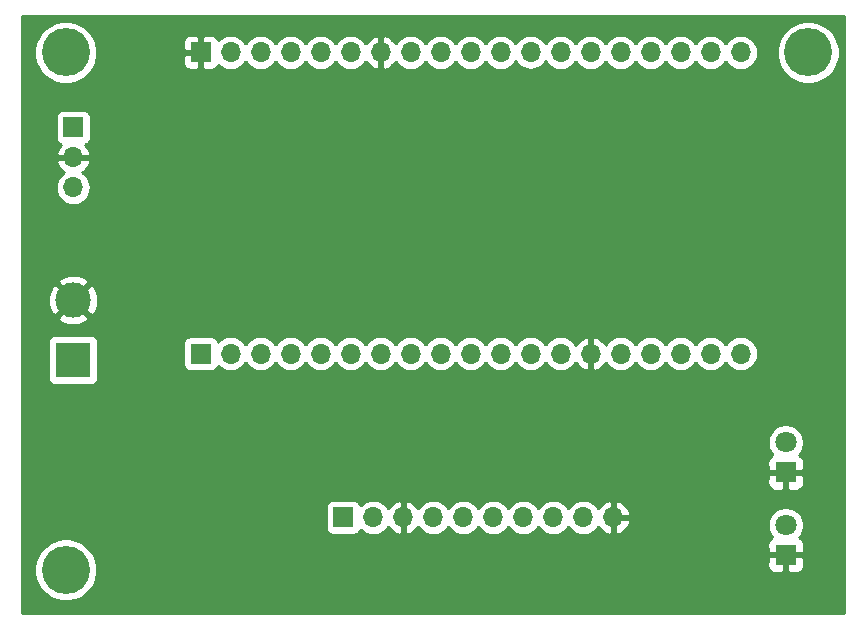
<source format=gbr>
G04 #@! TF.GenerationSoftware,KiCad,Pcbnew,(5.1.2)-2*
G04 #@! TF.CreationDate,2019-10-27T20:23:59-05:00*
G04 #@! TF.ProjectId,ESP_board,4553505f-626f-4617-9264-2e6b69636164,rev?*
G04 #@! TF.SameCoordinates,Original*
G04 #@! TF.FileFunction,Copper,L2,Bot*
G04 #@! TF.FilePolarity,Positive*
%FSLAX46Y46*%
G04 Gerber Fmt 4.6, Leading zero omitted, Abs format (unit mm)*
G04 Created by KiCad (PCBNEW (5.1.2)-2) date 2019-10-27 20:23:59*
%MOMM*%
%LPD*%
G04 APERTURE LIST*
%ADD10R,1.700000X1.700000*%
%ADD11O,1.700000X1.700000*%
%ADD12C,4.064000*%
%ADD13R,1.800000X1.800000*%
%ADD14C,1.800000*%
%ADD15R,3.000000X3.000000*%
%ADD16C,3.000000*%
%ADD17C,0.254000*%
G04 APERTURE END LIST*
D10*
X116205000Y-112395000D03*
D11*
X118745000Y-112395000D03*
X121285000Y-112395000D03*
X123825000Y-112395000D03*
X126365000Y-112395000D03*
X128905000Y-112395000D03*
X131445000Y-112395000D03*
X133985000Y-112395000D03*
X136525000Y-112395000D03*
X139065000Y-112395000D03*
D12*
X155575000Y-73025000D03*
X92710000Y-116840000D03*
X92710000Y-73025000D03*
D10*
X93345000Y-79375000D03*
D11*
X93345000Y-81915000D03*
X93345000Y-84455000D03*
D13*
X153670000Y-115570000D03*
D14*
X153670000Y-113030000D03*
D13*
X153670000Y-108585000D03*
D14*
X153670000Y-106045000D03*
D10*
X104140000Y-73025000D03*
D11*
X106680000Y-73025000D03*
X109220000Y-73025000D03*
X111760000Y-73025000D03*
X114300000Y-73025000D03*
X116840000Y-73025000D03*
X119380000Y-73025000D03*
X121920000Y-73025000D03*
X124460000Y-73025000D03*
X127000000Y-73025000D03*
X129540000Y-73025000D03*
X132080000Y-73000000D03*
X134620000Y-73025000D03*
X137160000Y-73025000D03*
X139700000Y-73025000D03*
X142240000Y-73025000D03*
X144780000Y-73025000D03*
X147320000Y-73025000D03*
X149860000Y-73025000D03*
D10*
X104140000Y-98520000D03*
D11*
X106680000Y-98520000D03*
X109220000Y-98520000D03*
X111760000Y-98520000D03*
X114300000Y-98520000D03*
X116840000Y-98520000D03*
X119380000Y-98520000D03*
X121920000Y-98520000D03*
X124460000Y-98520000D03*
X127000000Y-98520000D03*
X129540000Y-98520000D03*
X132080000Y-98520000D03*
X134620000Y-98520000D03*
X137160000Y-98520000D03*
X139700000Y-98520000D03*
X142240000Y-98520000D03*
X144780000Y-98520000D03*
X147320000Y-98520000D03*
X149860000Y-98520000D03*
D15*
X93345000Y-99060000D03*
D16*
X93345000Y-93980000D03*
D17*
G36*
X158623000Y-120523000D02*
G01*
X89027000Y-120523000D01*
X89027000Y-116577323D01*
X90043000Y-116577323D01*
X90043000Y-117102677D01*
X90145492Y-117617935D01*
X90346536Y-118103298D01*
X90638406Y-118540113D01*
X91009887Y-118911594D01*
X91446702Y-119203464D01*
X91932065Y-119404508D01*
X92447323Y-119507000D01*
X92972677Y-119507000D01*
X93487935Y-119404508D01*
X93973298Y-119203464D01*
X94410113Y-118911594D01*
X94781594Y-118540113D01*
X95073464Y-118103298D01*
X95274508Y-117617935D01*
X95377000Y-117102677D01*
X95377000Y-116577323D01*
X95355652Y-116470000D01*
X152131928Y-116470000D01*
X152144188Y-116594482D01*
X152180498Y-116714180D01*
X152239463Y-116824494D01*
X152318815Y-116921185D01*
X152415506Y-117000537D01*
X152525820Y-117059502D01*
X152645518Y-117095812D01*
X152770000Y-117108072D01*
X153384250Y-117105000D01*
X153543000Y-116946250D01*
X153543000Y-115697000D01*
X153797000Y-115697000D01*
X153797000Y-116946250D01*
X153955750Y-117105000D01*
X154570000Y-117108072D01*
X154694482Y-117095812D01*
X154814180Y-117059502D01*
X154924494Y-117000537D01*
X155021185Y-116921185D01*
X155100537Y-116824494D01*
X155159502Y-116714180D01*
X155195812Y-116594482D01*
X155208072Y-116470000D01*
X155205000Y-115855750D01*
X155046250Y-115697000D01*
X153797000Y-115697000D01*
X153543000Y-115697000D01*
X152293750Y-115697000D01*
X152135000Y-115855750D01*
X152131928Y-116470000D01*
X95355652Y-116470000D01*
X95274508Y-116062065D01*
X95073464Y-115576702D01*
X94781594Y-115139887D01*
X94410113Y-114768406D01*
X94262838Y-114670000D01*
X152131928Y-114670000D01*
X152135000Y-115284250D01*
X152293750Y-115443000D01*
X153543000Y-115443000D01*
X153543000Y-115423000D01*
X153797000Y-115423000D01*
X153797000Y-115443000D01*
X155046250Y-115443000D01*
X155205000Y-115284250D01*
X155208072Y-114670000D01*
X155195812Y-114545518D01*
X155159502Y-114425820D01*
X155100537Y-114315506D01*
X155021185Y-114218815D01*
X154924494Y-114139463D01*
X154814180Y-114080498D01*
X154795873Y-114074944D01*
X154862312Y-114008505D01*
X155030299Y-113757095D01*
X155146011Y-113477743D01*
X155205000Y-113181184D01*
X155205000Y-112878816D01*
X155146011Y-112582257D01*
X155030299Y-112302905D01*
X154862312Y-112051495D01*
X154648505Y-111837688D01*
X154397095Y-111669701D01*
X154117743Y-111553989D01*
X153821184Y-111495000D01*
X153518816Y-111495000D01*
X153222257Y-111553989D01*
X152942905Y-111669701D01*
X152691495Y-111837688D01*
X152477688Y-112051495D01*
X152309701Y-112302905D01*
X152193989Y-112582257D01*
X152135000Y-112878816D01*
X152135000Y-113181184D01*
X152193989Y-113477743D01*
X152309701Y-113757095D01*
X152477688Y-114008505D01*
X152544127Y-114074944D01*
X152525820Y-114080498D01*
X152415506Y-114139463D01*
X152318815Y-114218815D01*
X152239463Y-114315506D01*
X152180498Y-114425820D01*
X152144188Y-114545518D01*
X152131928Y-114670000D01*
X94262838Y-114670000D01*
X93973298Y-114476536D01*
X93487935Y-114275492D01*
X92972677Y-114173000D01*
X92447323Y-114173000D01*
X91932065Y-114275492D01*
X91446702Y-114476536D01*
X91009887Y-114768406D01*
X90638406Y-115139887D01*
X90346536Y-115576702D01*
X90145492Y-116062065D01*
X90043000Y-116577323D01*
X89027000Y-116577323D01*
X89027000Y-111545000D01*
X114716928Y-111545000D01*
X114716928Y-113245000D01*
X114729188Y-113369482D01*
X114765498Y-113489180D01*
X114824463Y-113599494D01*
X114903815Y-113696185D01*
X115000506Y-113775537D01*
X115110820Y-113834502D01*
X115230518Y-113870812D01*
X115355000Y-113883072D01*
X117055000Y-113883072D01*
X117179482Y-113870812D01*
X117299180Y-113834502D01*
X117409494Y-113775537D01*
X117506185Y-113696185D01*
X117585537Y-113599494D01*
X117644502Y-113489180D01*
X117665393Y-113420313D01*
X117689866Y-113450134D01*
X117915986Y-113635706D01*
X118173966Y-113773599D01*
X118453889Y-113858513D01*
X118672050Y-113880000D01*
X118817950Y-113880000D01*
X119036111Y-113858513D01*
X119316034Y-113773599D01*
X119574014Y-113635706D01*
X119800134Y-113450134D01*
X119985706Y-113224014D01*
X120020201Y-113159477D01*
X120089822Y-113276355D01*
X120284731Y-113492588D01*
X120518080Y-113666641D01*
X120780901Y-113791825D01*
X120928110Y-113836476D01*
X121158000Y-113715155D01*
X121158000Y-112522000D01*
X121138000Y-112522000D01*
X121138000Y-112268000D01*
X121158000Y-112268000D01*
X121158000Y-111074845D01*
X121412000Y-111074845D01*
X121412000Y-112268000D01*
X121432000Y-112268000D01*
X121432000Y-112522000D01*
X121412000Y-112522000D01*
X121412000Y-113715155D01*
X121641890Y-113836476D01*
X121789099Y-113791825D01*
X122051920Y-113666641D01*
X122285269Y-113492588D01*
X122480178Y-113276355D01*
X122549799Y-113159477D01*
X122584294Y-113224014D01*
X122769866Y-113450134D01*
X122995986Y-113635706D01*
X123253966Y-113773599D01*
X123533889Y-113858513D01*
X123752050Y-113880000D01*
X123897950Y-113880000D01*
X124116111Y-113858513D01*
X124396034Y-113773599D01*
X124654014Y-113635706D01*
X124880134Y-113450134D01*
X125065706Y-113224014D01*
X125095000Y-113169209D01*
X125124294Y-113224014D01*
X125309866Y-113450134D01*
X125535986Y-113635706D01*
X125793966Y-113773599D01*
X126073889Y-113858513D01*
X126292050Y-113880000D01*
X126437950Y-113880000D01*
X126656111Y-113858513D01*
X126936034Y-113773599D01*
X127194014Y-113635706D01*
X127420134Y-113450134D01*
X127605706Y-113224014D01*
X127635000Y-113169209D01*
X127664294Y-113224014D01*
X127849866Y-113450134D01*
X128075986Y-113635706D01*
X128333966Y-113773599D01*
X128613889Y-113858513D01*
X128832050Y-113880000D01*
X128977950Y-113880000D01*
X129196111Y-113858513D01*
X129476034Y-113773599D01*
X129734014Y-113635706D01*
X129960134Y-113450134D01*
X130145706Y-113224014D01*
X130175000Y-113169209D01*
X130204294Y-113224014D01*
X130389866Y-113450134D01*
X130615986Y-113635706D01*
X130873966Y-113773599D01*
X131153889Y-113858513D01*
X131372050Y-113880000D01*
X131517950Y-113880000D01*
X131736111Y-113858513D01*
X132016034Y-113773599D01*
X132274014Y-113635706D01*
X132500134Y-113450134D01*
X132685706Y-113224014D01*
X132715000Y-113169209D01*
X132744294Y-113224014D01*
X132929866Y-113450134D01*
X133155986Y-113635706D01*
X133413966Y-113773599D01*
X133693889Y-113858513D01*
X133912050Y-113880000D01*
X134057950Y-113880000D01*
X134276111Y-113858513D01*
X134556034Y-113773599D01*
X134814014Y-113635706D01*
X135040134Y-113450134D01*
X135225706Y-113224014D01*
X135255000Y-113169209D01*
X135284294Y-113224014D01*
X135469866Y-113450134D01*
X135695986Y-113635706D01*
X135953966Y-113773599D01*
X136233889Y-113858513D01*
X136452050Y-113880000D01*
X136597950Y-113880000D01*
X136816111Y-113858513D01*
X137096034Y-113773599D01*
X137354014Y-113635706D01*
X137580134Y-113450134D01*
X137765706Y-113224014D01*
X137800201Y-113159477D01*
X137869822Y-113276355D01*
X138064731Y-113492588D01*
X138298080Y-113666641D01*
X138560901Y-113791825D01*
X138708110Y-113836476D01*
X138938000Y-113715155D01*
X138938000Y-112522000D01*
X139192000Y-112522000D01*
X139192000Y-113715155D01*
X139421890Y-113836476D01*
X139569099Y-113791825D01*
X139831920Y-113666641D01*
X140065269Y-113492588D01*
X140260178Y-113276355D01*
X140409157Y-113026252D01*
X140506481Y-112751891D01*
X140385814Y-112522000D01*
X139192000Y-112522000D01*
X138938000Y-112522000D01*
X138918000Y-112522000D01*
X138918000Y-112268000D01*
X138938000Y-112268000D01*
X138938000Y-111074845D01*
X139192000Y-111074845D01*
X139192000Y-112268000D01*
X140385814Y-112268000D01*
X140506481Y-112038109D01*
X140409157Y-111763748D01*
X140260178Y-111513645D01*
X140065269Y-111297412D01*
X139831920Y-111123359D01*
X139569099Y-110998175D01*
X139421890Y-110953524D01*
X139192000Y-111074845D01*
X138938000Y-111074845D01*
X138708110Y-110953524D01*
X138560901Y-110998175D01*
X138298080Y-111123359D01*
X138064731Y-111297412D01*
X137869822Y-111513645D01*
X137800201Y-111630523D01*
X137765706Y-111565986D01*
X137580134Y-111339866D01*
X137354014Y-111154294D01*
X137096034Y-111016401D01*
X136816111Y-110931487D01*
X136597950Y-110910000D01*
X136452050Y-110910000D01*
X136233889Y-110931487D01*
X135953966Y-111016401D01*
X135695986Y-111154294D01*
X135469866Y-111339866D01*
X135284294Y-111565986D01*
X135255000Y-111620791D01*
X135225706Y-111565986D01*
X135040134Y-111339866D01*
X134814014Y-111154294D01*
X134556034Y-111016401D01*
X134276111Y-110931487D01*
X134057950Y-110910000D01*
X133912050Y-110910000D01*
X133693889Y-110931487D01*
X133413966Y-111016401D01*
X133155986Y-111154294D01*
X132929866Y-111339866D01*
X132744294Y-111565986D01*
X132715000Y-111620791D01*
X132685706Y-111565986D01*
X132500134Y-111339866D01*
X132274014Y-111154294D01*
X132016034Y-111016401D01*
X131736111Y-110931487D01*
X131517950Y-110910000D01*
X131372050Y-110910000D01*
X131153889Y-110931487D01*
X130873966Y-111016401D01*
X130615986Y-111154294D01*
X130389866Y-111339866D01*
X130204294Y-111565986D01*
X130175000Y-111620791D01*
X130145706Y-111565986D01*
X129960134Y-111339866D01*
X129734014Y-111154294D01*
X129476034Y-111016401D01*
X129196111Y-110931487D01*
X128977950Y-110910000D01*
X128832050Y-110910000D01*
X128613889Y-110931487D01*
X128333966Y-111016401D01*
X128075986Y-111154294D01*
X127849866Y-111339866D01*
X127664294Y-111565986D01*
X127635000Y-111620791D01*
X127605706Y-111565986D01*
X127420134Y-111339866D01*
X127194014Y-111154294D01*
X126936034Y-111016401D01*
X126656111Y-110931487D01*
X126437950Y-110910000D01*
X126292050Y-110910000D01*
X126073889Y-110931487D01*
X125793966Y-111016401D01*
X125535986Y-111154294D01*
X125309866Y-111339866D01*
X125124294Y-111565986D01*
X125095000Y-111620791D01*
X125065706Y-111565986D01*
X124880134Y-111339866D01*
X124654014Y-111154294D01*
X124396034Y-111016401D01*
X124116111Y-110931487D01*
X123897950Y-110910000D01*
X123752050Y-110910000D01*
X123533889Y-110931487D01*
X123253966Y-111016401D01*
X122995986Y-111154294D01*
X122769866Y-111339866D01*
X122584294Y-111565986D01*
X122549799Y-111630523D01*
X122480178Y-111513645D01*
X122285269Y-111297412D01*
X122051920Y-111123359D01*
X121789099Y-110998175D01*
X121641890Y-110953524D01*
X121412000Y-111074845D01*
X121158000Y-111074845D01*
X120928110Y-110953524D01*
X120780901Y-110998175D01*
X120518080Y-111123359D01*
X120284731Y-111297412D01*
X120089822Y-111513645D01*
X120020201Y-111630523D01*
X119985706Y-111565986D01*
X119800134Y-111339866D01*
X119574014Y-111154294D01*
X119316034Y-111016401D01*
X119036111Y-110931487D01*
X118817950Y-110910000D01*
X118672050Y-110910000D01*
X118453889Y-110931487D01*
X118173966Y-111016401D01*
X117915986Y-111154294D01*
X117689866Y-111339866D01*
X117665393Y-111369687D01*
X117644502Y-111300820D01*
X117585537Y-111190506D01*
X117506185Y-111093815D01*
X117409494Y-111014463D01*
X117299180Y-110955498D01*
X117179482Y-110919188D01*
X117055000Y-110906928D01*
X115355000Y-110906928D01*
X115230518Y-110919188D01*
X115110820Y-110955498D01*
X115000506Y-111014463D01*
X114903815Y-111093815D01*
X114824463Y-111190506D01*
X114765498Y-111300820D01*
X114729188Y-111420518D01*
X114716928Y-111545000D01*
X89027000Y-111545000D01*
X89027000Y-109485000D01*
X152131928Y-109485000D01*
X152144188Y-109609482D01*
X152180498Y-109729180D01*
X152239463Y-109839494D01*
X152318815Y-109936185D01*
X152415506Y-110015537D01*
X152525820Y-110074502D01*
X152645518Y-110110812D01*
X152770000Y-110123072D01*
X153384250Y-110120000D01*
X153543000Y-109961250D01*
X153543000Y-108712000D01*
X153797000Y-108712000D01*
X153797000Y-109961250D01*
X153955750Y-110120000D01*
X154570000Y-110123072D01*
X154694482Y-110110812D01*
X154814180Y-110074502D01*
X154924494Y-110015537D01*
X155021185Y-109936185D01*
X155100537Y-109839494D01*
X155159502Y-109729180D01*
X155195812Y-109609482D01*
X155208072Y-109485000D01*
X155205000Y-108870750D01*
X155046250Y-108712000D01*
X153797000Y-108712000D01*
X153543000Y-108712000D01*
X152293750Y-108712000D01*
X152135000Y-108870750D01*
X152131928Y-109485000D01*
X89027000Y-109485000D01*
X89027000Y-107685000D01*
X152131928Y-107685000D01*
X152135000Y-108299250D01*
X152293750Y-108458000D01*
X153543000Y-108458000D01*
X153543000Y-108438000D01*
X153797000Y-108438000D01*
X153797000Y-108458000D01*
X155046250Y-108458000D01*
X155205000Y-108299250D01*
X155208072Y-107685000D01*
X155195812Y-107560518D01*
X155159502Y-107440820D01*
X155100537Y-107330506D01*
X155021185Y-107233815D01*
X154924494Y-107154463D01*
X154814180Y-107095498D01*
X154795873Y-107089944D01*
X154862312Y-107023505D01*
X155030299Y-106772095D01*
X155146011Y-106492743D01*
X155205000Y-106196184D01*
X155205000Y-105893816D01*
X155146011Y-105597257D01*
X155030299Y-105317905D01*
X154862312Y-105066495D01*
X154648505Y-104852688D01*
X154397095Y-104684701D01*
X154117743Y-104568989D01*
X153821184Y-104510000D01*
X153518816Y-104510000D01*
X153222257Y-104568989D01*
X152942905Y-104684701D01*
X152691495Y-104852688D01*
X152477688Y-105066495D01*
X152309701Y-105317905D01*
X152193989Y-105597257D01*
X152135000Y-105893816D01*
X152135000Y-106196184D01*
X152193989Y-106492743D01*
X152309701Y-106772095D01*
X152477688Y-107023505D01*
X152544127Y-107089944D01*
X152525820Y-107095498D01*
X152415506Y-107154463D01*
X152318815Y-107233815D01*
X152239463Y-107330506D01*
X152180498Y-107440820D01*
X152144188Y-107560518D01*
X152131928Y-107685000D01*
X89027000Y-107685000D01*
X89027000Y-97560000D01*
X91206928Y-97560000D01*
X91206928Y-100560000D01*
X91219188Y-100684482D01*
X91255498Y-100804180D01*
X91314463Y-100914494D01*
X91393815Y-101011185D01*
X91490506Y-101090537D01*
X91600820Y-101149502D01*
X91720518Y-101185812D01*
X91845000Y-101198072D01*
X94845000Y-101198072D01*
X94969482Y-101185812D01*
X95089180Y-101149502D01*
X95199494Y-101090537D01*
X95296185Y-101011185D01*
X95375537Y-100914494D01*
X95434502Y-100804180D01*
X95470812Y-100684482D01*
X95483072Y-100560000D01*
X95483072Y-97670000D01*
X102651928Y-97670000D01*
X102651928Y-99370000D01*
X102664188Y-99494482D01*
X102700498Y-99614180D01*
X102759463Y-99724494D01*
X102838815Y-99821185D01*
X102935506Y-99900537D01*
X103045820Y-99959502D01*
X103165518Y-99995812D01*
X103290000Y-100008072D01*
X104990000Y-100008072D01*
X105114482Y-99995812D01*
X105234180Y-99959502D01*
X105344494Y-99900537D01*
X105441185Y-99821185D01*
X105520537Y-99724494D01*
X105579502Y-99614180D01*
X105600393Y-99545313D01*
X105624866Y-99575134D01*
X105850986Y-99760706D01*
X106108966Y-99898599D01*
X106388889Y-99983513D01*
X106607050Y-100005000D01*
X106752950Y-100005000D01*
X106971111Y-99983513D01*
X107251034Y-99898599D01*
X107509014Y-99760706D01*
X107735134Y-99575134D01*
X107920706Y-99349014D01*
X107950000Y-99294209D01*
X107979294Y-99349014D01*
X108164866Y-99575134D01*
X108390986Y-99760706D01*
X108648966Y-99898599D01*
X108928889Y-99983513D01*
X109147050Y-100005000D01*
X109292950Y-100005000D01*
X109511111Y-99983513D01*
X109791034Y-99898599D01*
X110049014Y-99760706D01*
X110275134Y-99575134D01*
X110460706Y-99349014D01*
X110490000Y-99294209D01*
X110519294Y-99349014D01*
X110704866Y-99575134D01*
X110930986Y-99760706D01*
X111188966Y-99898599D01*
X111468889Y-99983513D01*
X111687050Y-100005000D01*
X111832950Y-100005000D01*
X112051111Y-99983513D01*
X112331034Y-99898599D01*
X112589014Y-99760706D01*
X112815134Y-99575134D01*
X113000706Y-99349014D01*
X113030000Y-99294209D01*
X113059294Y-99349014D01*
X113244866Y-99575134D01*
X113470986Y-99760706D01*
X113728966Y-99898599D01*
X114008889Y-99983513D01*
X114227050Y-100005000D01*
X114372950Y-100005000D01*
X114591111Y-99983513D01*
X114871034Y-99898599D01*
X115129014Y-99760706D01*
X115355134Y-99575134D01*
X115540706Y-99349014D01*
X115570000Y-99294209D01*
X115599294Y-99349014D01*
X115784866Y-99575134D01*
X116010986Y-99760706D01*
X116268966Y-99898599D01*
X116548889Y-99983513D01*
X116767050Y-100005000D01*
X116912950Y-100005000D01*
X117131111Y-99983513D01*
X117411034Y-99898599D01*
X117669014Y-99760706D01*
X117895134Y-99575134D01*
X118080706Y-99349014D01*
X118110000Y-99294209D01*
X118139294Y-99349014D01*
X118324866Y-99575134D01*
X118550986Y-99760706D01*
X118808966Y-99898599D01*
X119088889Y-99983513D01*
X119307050Y-100005000D01*
X119452950Y-100005000D01*
X119671111Y-99983513D01*
X119951034Y-99898599D01*
X120209014Y-99760706D01*
X120435134Y-99575134D01*
X120620706Y-99349014D01*
X120650000Y-99294209D01*
X120679294Y-99349014D01*
X120864866Y-99575134D01*
X121090986Y-99760706D01*
X121348966Y-99898599D01*
X121628889Y-99983513D01*
X121847050Y-100005000D01*
X121992950Y-100005000D01*
X122211111Y-99983513D01*
X122491034Y-99898599D01*
X122749014Y-99760706D01*
X122975134Y-99575134D01*
X123160706Y-99349014D01*
X123190000Y-99294209D01*
X123219294Y-99349014D01*
X123404866Y-99575134D01*
X123630986Y-99760706D01*
X123888966Y-99898599D01*
X124168889Y-99983513D01*
X124387050Y-100005000D01*
X124532950Y-100005000D01*
X124751111Y-99983513D01*
X125031034Y-99898599D01*
X125289014Y-99760706D01*
X125515134Y-99575134D01*
X125700706Y-99349014D01*
X125730000Y-99294209D01*
X125759294Y-99349014D01*
X125944866Y-99575134D01*
X126170986Y-99760706D01*
X126428966Y-99898599D01*
X126708889Y-99983513D01*
X126927050Y-100005000D01*
X127072950Y-100005000D01*
X127291111Y-99983513D01*
X127571034Y-99898599D01*
X127829014Y-99760706D01*
X128055134Y-99575134D01*
X128240706Y-99349014D01*
X128270000Y-99294209D01*
X128299294Y-99349014D01*
X128484866Y-99575134D01*
X128710986Y-99760706D01*
X128968966Y-99898599D01*
X129248889Y-99983513D01*
X129467050Y-100005000D01*
X129612950Y-100005000D01*
X129831111Y-99983513D01*
X130111034Y-99898599D01*
X130369014Y-99760706D01*
X130595134Y-99575134D01*
X130780706Y-99349014D01*
X130810000Y-99294209D01*
X130839294Y-99349014D01*
X131024866Y-99575134D01*
X131250986Y-99760706D01*
X131508966Y-99898599D01*
X131788889Y-99983513D01*
X132007050Y-100005000D01*
X132152950Y-100005000D01*
X132371111Y-99983513D01*
X132651034Y-99898599D01*
X132909014Y-99760706D01*
X133135134Y-99575134D01*
X133320706Y-99349014D01*
X133350000Y-99294209D01*
X133379294Y-99349014D01*
X133564866Y-99575134D01*
X133790986Y-99760706D01*
X134048966Y-99898599D01*
X134328889Y-99983513D01*
X134547050Y-100005000D01*
X134692950Y-100005000D01*
X134911111Y-99983513D01*
X135191034Y-99898599D01*
X135449014Y-99760706D01*
X135675134Y-99575134D01*
X135860706Y-99349014D01*
X135895201Y-99284477D01*
X135964822Y-99401355D01*
X136159731Y-99617588D01*
X136393080Y-99791641D01*
X136655901Y-99916825D01*
X136803110Y-99961476D01*
X137033000Y-99840155D01*
X137033000Y-98647000D01*
X137013000Y-98647000D01*
X137013000Y-98393000D01*
X137033000Y-98393000D01*
X137033000Y-97199845D01*
X137287000Y-97199845D01*
X137287000Y-98393000D01*
X137307000Y-98393000D01*
X137307000Y-98647000D01*
X137287000Y-98647000D01*
X137287000Y-99840155D01*
X137516890Y-99961476D01*
X137664099Y-99916825D01*
X137926920Y-99791641D01*
X138160269Y-99617588D01*
X138355178Y-99401355D01*
X138424799Y-99284477D01*
X138459294Y-99349014D01*
X138644866Y-99575134D01*
X138870986Y-99760706D01*
X139128966Y-99898599D01*
X139408889Y-99983513D01*
X139627050Y-100005000D01*
X139772950Y-100005000D01*
X139991111Y-99983513D01*
X140271034Y-99898599D01*
X140529014Y-99760706D01*
X140755134Y-99575134D01*
X140940706Y-99349014D01*
X140970000Y-99294209D01*
X140999294Y-99349014D01*
X141184866Y-99575134D01*
X141410986Y-99760706D01*
X141668966Y-99898599D01*
X141948889Y-99983513D01*
X142167050Y-100005000D01*
X142312950Y-100005000D01*
X142531111Y-99983513D01*
X142811034Y-99898599D01*
X143069014Y-99760706D01*
X143295134Y-99575134D01*
X143480706Y-99349014D01*
X143510000Y-99294209D01*
X143539294Y-99349014D01*
X143724866Y-99575134D01*
X143950986Y-99760706D01*
X144208966Y-99898599D01*
X144488889Y-99983513D01*
X144707050Y-100005000D01*
X144852950Y-100005000D01*
X145071111Y-99983513D01*
X145351034Y-99898599D01*
X145609014Y-99760706D01*
X145835134Y-99575134D01*
X146020706Y-99349014D01*
X146050000Y-99294209D01*
X146079294Y-99349014D01*
X146264866Y-99575134D01*
X146490986Y-99760706D01*
X146748966Y-99898599D01*
X147028889Y-99983513D01*
X147247050Y-100005000D01*
X147392950Y-100005000D01*
X147611111Y-99983513D01*
X147891034Y-99898599D01*
X148149014Y-99760706D01*
X148375134Y-99575134D01*
X148560706Y-99349014D01*
X148590000Y-99294209D01*
X148619294Y-99349014D01*
X148804866Y-99575134D01*
X149030986Y-99760706D01*
X149288966Y-99898599D01*
X149568889Y-99983513D01*
X149787050Y-100005000D01*
X149932950Y-100005000D01*
X150151111Y-99983513D01*
X150431034Y-99898599D01*
X150689014Y-99760706D01*
X150915134Y-99575134D01*
X151100706Y-99349014D01*
X151238599Y-99091034D01*
X151323513Y-98811111D01*
X151352185Y-98520000D01*
X151323513Y-98228889D01*
X151238599Y-97948966D01*
X151100706Y-97690986D01*
X150915134Y-97464866D01*
X150689014Y-97279294D01*
X150431034Y-97141401D01*
X150151111Y-97056487D01*
X149932950Y-97035000D01*
X149787050Y-97035000D01*
X149568889Y-97056487D01*
X149288966Y-97141401D01*
X149030986Y-97279294D01*
X148804866Y-97464866D01*
X148619294Y-97690986D01*
X148590000Y-97745791D01*
X148560706Y-97690986D01*
X148375134Y-97464866D01*
X148149014Y-97279294D01*
X147891034Y-97141401D01*
X147611111Y-97056487D01*
X147392950Y-97035000D01*
X147247050Y-97035000D01*
X147028889Y-97056487D01*
X146748966Y-97141401D01*
X146490986Y-97279294D01*
X146264866Y-97464866D01*
X146079294Y-97690986D01*
X146050000Y-97745791D01*
X146020706Y-97690986D01*
X145835134Y-97464866D01*
X145609014Y-97279294D01*
X145351034Y-97141401D01*
X145071111Y-97056487D01*
X144852950Y-97035000D01*
X144707050Y-97035000D01*
X144488889Y-97056487D01*
X144208966Y-97141401D01*
X143950986Y-97279294D01*
X143724866Y-97464866D01*
X143539294Y-97690986D01*
X143510000Y-97745791D01*
X143480706Y-97690986D01*
X143295134Y-97464866D01*
X143069014Y-97279294D01*
X142811034Y-97141401D01*
X142531111Y-97056487D01*
X142312950Y-97035000D01*
X142167050Y-97035000D01*
X141948889Y-97056487D01*
X141668966Y-97141401D01*
X141410986Y-97279294D01*
X141184866Y-97464866D01*
X140999294Y-97690986D01*
X140970000Y-97745791D01*
X140940706Y-97690986D01*
X140755134Y-97464866D01*
X140529014Y-97279294D01*
X140271034Y-97141401D01*
X139991111Y-97056487D01*
X139772950Y-97035000D01*
X139627050Y-97035000D01*
X139408889Y-97056487D01*
X139128966Y-97141401D01*
X138870986Y-97279294D01*
X138644866Y-97464866D01*
X138459294Y-97690986D01*
X138424799Y-97755523D01*
X138355178Y-97638645D01*
X138160269Y-97422412D01*
X137926920Y-97248359D01*
X137664099Y-97123175D01*
X137516890Y-97078524D01*
X137287000Y-97199845D01*
X137033000Y-97199845D01*
X136803110Y-97078524D01*
X136655901Y-97123175D01*
X136393080Y-97248359D01*
X136159731Y-97422412D01*
X135964822Y-97638645D01*
X135895201Y-97755523D01*
X135860706Y-97690986D01*
X135675134Y-97464866D01*
X135449014Y-97279294D01*
X135191034Y-97141401D01*
X134911111Y-97056487D01*
X134692950Y-97035000D01*
X134547050Y-97035000D01*
X134328889Y-97056487D01*
X134048966Y-97141401D01*
X133790986Y-97279294D01*
X133564866Y-97464866D01*
X133379294Y-97690986D01*
X133350000Y-97745791D01*
X133320706Y-97690986D01*
X133135134Y-97464866D01*
X132909014Y-97279294D01*
X132651034Y-97141401D01*
X132371111Y-97056487D01*
X132152950Y-97035000D01*
X132007050Y-97035000D01*
X131788889Y-97056487D01*
X131508966Y-97141401D01*
X131250986Y-97279294D01*
X131024866Y-97464866D01*
X130839294Y-97690986D01*
X130810000Y-97745791D01*
X130780706Y-97690986D01*
X130595134Y-97464866D01*
X130369014Y-97279294D01*
X130111034Y-97141401D01*
X129831111Y-97056487D01*
X129612950Y-97035000D01*
X129467050Y-97035000D01*
X129248889Y-97056487D01*
X128968966Y-97141401D01*
X128710986Y-97279294D01*
X128484866Y-97464866D01*
X128299294Y-97690986D01*
X128270000Y-97745791D01*
X128240706Y-97690986D01*
X128055134Y-97464866D01*
X127829014Y-97279294D01*
X127571034Y-97141401D01*
X127291111Y-97056487D01*
X127072950Y-97035000D01*
X126927050Y-97035000D01*
X126708889Y-97056487D01*
X126428966Y-97141401D01*
X126170986Y-97279294D01*
X125944866Y-97464866D01*
X125759294Y-97690986D01*
X125730000Y-97745791D01*
X125700706Y-97690986D01*
X125515134Y-97464866D01*
X125289014Y-97279294D01*
X125031034Y-97141401D01*
X124751111Y-97056487D01*
X124532950Y-97035000D01*
X124387050Y-97035000D01*
X124168889Y-97056487D01*
X123888966Y-97141401D01*
X123630986Y-97279294D01*
X123404866Y-97464866D01*
X123219294Y-97690986D01*
X123190000Y-97745791D01*
X123160706Y-97690986D01*
X122975134Y-97464866D01*
X122749014Y-97279294D01*
X122491034Y-97141401D01*
X122211111Y-97056487D01*
X121992950Y-97035000D01*
X121847050Y-97035000D01*
X121628889Y-97056487D01*
X121348966Y-97141401D01*
X121090986Y-97279294D01*
X120864866Y-97464866D01*
X120679294Y-97690986D01*
X120650000Y-97745791D01*
X120620706Y-97690986D01*
X120435134Y-97464866D01*
X120209014Y-97279294D01*
X119951034Y-97141401D01*
X119671111Y-97056487D01*
X119452950Y-97035000D01*
X119307050Y-97035000D01*
X119088889Y-97056487D01*
X118808966Y-97141401D01*
X118550986Y-97279294D01*
X118324866Y-97464866D01*
X118139294Y-97690986D01*
X118110000Y-97745791D01*
X118080706Y-97690986D01*
X117895134Y-97464866D01*
X117669014Y-97279294D01*
X117411034Y-97141401D01*
X117131111Y-97056487D01*
X116912950Y-97035000D01*
X116767050Y-97035000D01*
X116548889Y-97056487D01*
X116268966Y-97141401D01*
X116010986Y-97279294D01*
X115784866Y-97464866D01*
X115599294Y-97690986D01*
X115570000Y-97745791D01*
X115540706Y-97690986D01*
X115355134Y-97464866D01*
X115129014Y-97279294D01*
X114871034Y-97141401D01*
X114591111Y-97056487D01*
X114372950Y-97035000D01*
X114227050Y-97035000D01*
X114008889Y-97056487D01*
X113728966Y-97141401D01*
X113470986Y-97279294D01*
X113244866Y-97464866D01*
X113059294Y-97690986D01*
X113030000Y-97745791D01*
X113000706Y-97690986D01*
X112815134Y-97464866D01*
X112589014Y-97279294D01*
X112331034Y-97141401D01*
X112051111Y-97056487D01*
X111832950Y-97035000D01*
X111687050Y-97035000D01*
X111468889Y-97056487D01*
X111188966Y-97141401D01*
X110930986Y-97279294D01*
X110704866Y-97464866D01*
X110519294Y-97690986D01*
X110490000Y-97745791D01*
X110460706Y-97690986D01*
X110275134Y-97464866D01*
X110049014Y-97279294D01*
X109791034Y-97141401D01*
X109511111Y-97056487D01*
X109292950Y-97035000D01*
X109147050Y-97035000D01*
X108928889Y-97056487D01*
X108648966Y-97141401D01*
X108390986Y-97279294D01*
X108164866Y-97464866D01*
X107979294Y-97690986D01*
X107950000Y-97745791D01*
X107920706Y-97690986D01*
X107735134Y-97464866D01*
X107509014Y-97279294D01*
X107251034Y-97141401D01*
X106971111Y-97056487D01*
X106752950Y-97035000D01*
X106607050Y-97035000D01*
X106388889Y-97056487D01*
X106108966Y-97141401D01*
X105850986Y-97279294D01*
X105624866Y-97464866D01*
X105600393Y-97494687D01*
X105579502Y-97425820D01*
X105520537Y-97315506D01*
X105441185Y-97218815D01*
X105344494Y-97139463D01*
X105234180Y-97080498D01*
X105114482Y-97044188D01*
X104990000Y-97031928D01*
X103290000Y-97031928D01*
X103165518Y-97044188D01*
X103045820Y-97080498D01*
X102935506Y-97139463D01*
X102838815Y-97218815D01*
X102759463Y-97315506D01*
X102700498Y-97425820D01*
X102664188Y-97545518D01*
X102651928Y-97670000D01*
X95483072Y-97670000D01*
X95483072Y-97560000D01*
X95470812Y-97435518D01*
X95434502Y-97315820D01*
X95375537Y-97205506D01*
X95296185Y-97108815D01*
X95199494Y-97029463D01*
X95089180Y-96970498D01*
X94969482Y-96934188D01*
X94845000Y-96921928D01*
X91845000Y-96921928D01*
X91720518Y-96934188D01*
X91600820Y-96970498D01*
X91490506Y-97029463D01*
X91393815Y-97108815D01*
X91314463Y-97205506D01*
X91255498Y-97315820D01*
X91219188Y-97435518D01*
X91206928Y-97560000D01*
X89027000Y-97560000D01*
X89027000Y-95471653D01*
X92032952Y-95471653D01*
X92188962Y-95787214D01*
X92563745Y-95978020D01*
X92968551Y-96092044D01*
X93387824Y-96124902D01*
X93805451Y-96075334D01*
X94205383Y-95945243D01*
X94501038Y-95787214D01*
X94657048Y-95471653D01*
X93345000Y-94159605D01*
X92032952Y-95471653D01*
X89027000Y-95471653D01*
X89027000Y-94022824D01*
X91200098Y-94022824D01*
X91249666Y-94440451D01*
X91379757Y-94840383D01*
X91537786Y-95136038D01*
X91853347Y-95292048D01*
X93165395Y-93980000D01*
X93524605Y-93980000D01*
X94836653Y-95292048D01*
X95152214Y-95136038D01*
X95343020Y-94761255D01*
X95457044Y-94356449D01*
X95489902Y-93937176D01*
X95440334Y-93519549D01*
X95310243Y-93119617D01*
X95152214Y-92823962D01*
X94836653Y-92667952D01*
X93524605Y-93980000D01*
X93165395Y-93980000D01*
X91853347Y-92667952D01*
X91537786Y-92823962D01*
X91346980Y-93198745D01*
X91232956Y-93603551D01*
X91200098Y-94022824D01*
X89027000Y-94022824D01*
X89027000Y-92488347D01*
X92032952Y-92488347D01*
X93345000Y-93800395D01*
X94657048Y-92488347D01*
X94501038Y-92172786D01*
X94126255Y-91981980D01*
X93721449Y-91867956D01*
X93302176Y-91835098D01*
X92884549Y-91884666D01*
X92484617Y-92014757D01*
X92188962Y-92172786D01*
X92032952Y-92488347D01*
X89027000Y-92488347D01*
X89027000Y-84455000D01*
X91852815Y-84455000D01*
X91881487Y-84746111D01*
X91966401Y-85026034D01*
X92104294Y-85284014D01*
X92289866Y-85510134D01*
X92515986Y-85695706D01*
X92773966Y-85833599D01*
X93053889Y-85918513D01*
X93272050Y-85940000D01*
X93417950Y-85940000D01*
X93636111Y-85918513D01*
X93916034Y-85833599D01*
X94174014Y-85695706D01*
X94400134Y-85510134D01*
X94585706Y-85284014D01*
X94723599Y-85026034D01*
X94808513Y-84746111D01*
X94837185Y-84455000D01*
X94808513Y-84163889D01*
X94723599Y-83883966D01*
X94585706Y-83625986D01*
X94400134Y-83399866D01*
X94174014Y-83214294D01*
X94109477Y-83179799D01*
X94226355Y-83110178D01*
X94442588Y-82915269D01*
X94616641Y-82681920D01*
X94741825Y-82419099D01*
X94786476Y-82271890D01*
X94665155Y-82042000D01*
X93472000Y-82042000D01*
X93472000Y-82062000D01*
X93218000Y-82062000D01*
X93218000Y-82042000D01*
X92024845Y-82042000D01*
X91903524Y-82271890D01*
X91948175Y-82419099D01*
X92073359Y-82681920D01*
X92247412Y-82915269D01*
X92463645Y-83110178D01*
X92580523Y-83179799D01*
X92515986Y-83214294D01*
X92289866Y-83399866D01*
X92104294Y-83625986D01*
X91966401Y-83883966D01*
X91881487Y-84163889D01*
X91852815Y-84455000D01*
X89027000Y-84455000D01*
X89027000Y-78525000D01*
X91856928Y-78525000D01*
X91856928Y-80225000D01*
X91869188Y-80349482D01*
X91905498Y-80469180D01*
X91964463Y-80579494D01*
X92043815Y-80676185D01*
X92140506Y-80755537D01*
X92250820Y-80814502D01*
X92331466Y-80838966D01*
X92247412Y-80914731D01*
X92073359Y-81148080D01*
X91948175Y-81410901D01*
X91903524Y-81558110D01*
X92024845Y-81788000D01*
X93218000Y-81788000D01*
X93218000Y-81768000D01*
X93472000Y-81768000D01*
X93472000Y-81788000D01*
X94665155Y-81788000D01*
X94786476Y-81558110D01*
X94741825Y-81410901D01*
X94616641Y-81148080D01*
X94442588Y-80914731D01*
X94358534Y-80838966D01*
X94439180Y-80814502D01*
X94549494Y-80755537D01*
X94646185Y-80676185D01*
X94725537Y-80579494D01*
X94784502Y-80469180D01*
X94820812Y-80349482D01*
X94833072Y-80225000D01*
X94833072Y-78525000D01*
X94820812Y-78400518D01*
X94784502Y-78280820D01*
X94725537Y-78170506D01*
X94646185Y-78073815D01*
X94549494Y-77994463D01*
X94439180Y-77935498D01*
X94319482Y-77899188D01*
X94195000Y-77886928D01*
X92495000Y-77886928D01*
X92370518Y-77899188D01*
X92250820Y-77935498D01*
X92140506Y-77994463D01*
X92043815Y-78073815D01*
X91964463Y-78170506D01*
X91905498Y-78280820D01*
X91869188Y-78400518D01*
X91856928Y-78525000D01*
X89027000Y-78525000D01*
X89027000Y-72762323D01*
X90043000Y-72762323D01*
X90043000Y-73287677D01*
X90145492Y-73802935D01*
X90346536Y-74288298D01*
X90638406Y-74725113D01*
X91009887Y-75096594D01*
X91446702Y-75388464D01*
X91932065Y-75589508D01*
X92447323Y-75692000D01*
X92972677Y-75692000D01*
X93487935Y-75589508D01*
X93973298Y-75388464D01*
X94410113Y-75096594D01*
X94781594Y-74725113D01*
X95073464Y-74288298D01*
X95244657Y-73875000D01*
X102651928Y-73875000D01*
X102664188Y-73999482D01*
X102700498Y-74119180D01*
X102759463Y-74229494D01*
X102838815Y-74326185D01*
X102935506Y-74405537D01*
X103045820Y-74464502D01*
X103165518Y-74500812D01*
X103290000Y-74513072D01*
X103854250Y-74510000D01*
X104013000Y-74351250D01*
X104013000Y-73152000D01*
X102813750Y-73152000D01*
X102655000Y-73310750D01*
X102651928Y-73875000D01*
X95244657Y-73875000D01*
X95274508Y-73802935D01*
X95377000Y-73287677D01*
X95377000Y-72762323D01*
X95274508Y-72247065D01*
X95244658Y-72175000D01*
X102651928Y-72175000D01*
X102655000Y-72739250D01*
X102813750Y-72898000D01*
X104013000Y-72898000D01*
X104013000Y-71698750D01*
X104267000Y-71698750D01*
X104267000Y-72898000D01*
X104287000Y-72898000D01*
X104287000Y-73152000D01*
X104267000Y-73152000D01*
X104267000Y-74351250D01*
X104425750Y-74510000D01*
X104990000Y-74513072D01*
X105114482Y-74500812D01*
X105234180Y-74464502D01*
X105344494Y-74405537D01*
X105441185Y-74326185D01*
X105520537Y-74229494D01*
X105579502Y-74119180D01*
X105600393Y-74050313D01*
X105624866Y-74080134D01*
X105850986Y-74265706D01*
X106108966Y-74403599D01*
X106388889Y-74488513D01*
X106607050Y-74510000D01*
X106752950Y-74510000D01*
X106971111Y-74488513D01*
X107251034Y-74403599D01*
X107509014Y-74265706D01*
X107735134Y-74080134D01*
X107920706Y-73854014D01*
X107950000Y-73799209D01*
X107979294Y-73854014D01*
X108164866Y-74080134D01*
X108390986Y-74265706D01*
X108648966Y-74403599D01*
X108928889Y-74488513D01*
X109147050Y-74510000D01*
X109292950Y-74510000D01*
X109511111Y-74488513D01*
X109791034Y-74403599D01*
X110049014Y-74265706D01*
X110275134Y-74080134D01*
X110460706Y-73854014D01*
X110490000Y-73799209D01*
X110519294Y-73854014D01*
X110704866Y-74080134D01*
X110930986Y-74265706D01*
X111188966Y-74403599D01*
X111468889Y-74488513D01*
X111687050Y-74510000D01*
X111832950Y-74510000D01*
X112051111Y-74488513D01*
X112331034Y-74403599D01*
X112589014Y-74265706D01*
X112815134Y-74080134D01*
X113000706Y-73854014D01*
X113030000Y-73799209D01*
X113059294Y-73854014D01*
X113244866Y-74080134D01*
X113470986Y-74265706D01*
X113728966Y-74403599D01*
X114008889Y-74488513D01*
X114227050Y-74510000D01*
X114372950Y-74510000D01*
X114591111Y-74488513D01*
X114871034Y-74403599D01*
X115129014Y-74265706D01*
X115355134Y-74080134D01*
X115540706Y-73854014D01*
X115570000Y-73799209D01*
X115599294Y-73854014D01*
X115784866Y-74080134D01*
X116010986Y-74265706D01*
X116268966Y-74403599D01*
X116548889Y-74488513D01*
X116767050Y-74510000D01*
X116912950Y-74510000D01*
X117131111Y-74488513D01*
X117411034Y-74403599D01*
X117669014Y-74265706D01*
X117895134Y-74080134D01*
X118080706Y-73854014D01*
X118115201Y-73789477D01*
X118184822Y-73906355D01*
X118379731Y-74122588D01*
X118613080Y-74296641D01*
X118875901Y-74421825D01*
X119023110Y-74466476D01*
X119253000Y-74345155D01*
X119253000Y-73152000D01*
X119233000Y-73152000D01*
X119233000Y-72898000D01*
X119253000Y-72898000D01*
X119253000Y-71704845D01*
X119507000Y-71704845D01*
X119507000Y-72898000D01*
X119527000Y-72898000D01*
X119527000Y-73152000D01*
X119507000Y-73152000D01*
X119507000Y-74345155D01*
X119736890Y-74466476D01*
X119884099Y-74421825D01*
X120146920Y-74296641D01*
X120380269Y-74122588D01*
X120575178Y-73906355D01*
X120644799Y-73789477D01*
X120679294Y-73854014D01*
X120864866Y-74080134D01*
X121090986Y-74265706D01*
X121348966Y-74403599D01*
X121628889Y-74488513D01*
X121847050Y-74510000D01*
X121992950Y-74510000D01*
X122211111Y-74488513D01*
X122491034Y-74403599D01*
X122749014Y-74265706D01*
X122975134Y-74080134D01*
X123160706Y-73854014D01*
X123190000Y-73799209D01*
X123219294Y-73854014D01*
X123404866Y-74080134D01*
X123630986Y-74265706D01*
X123888966Y-74403599D01*
X124168889Y-74488513D01*
X124387050Y-74510000D01*
X124532950Y-74510000D01*
X124751111Y-74488513D01*
X125031034Y-74403599D01*
X125289014Y-74265706D01*
X125515134Y-74080134D01*
X125700706Y-73854014D01*
X125730000Y-73799209D01*
X125759294Y-73854014D01*
X125944866Y-74080134D01*
X126170986Y-74265706D01*
X126428966Y-74403599D01*
X126708889Y-74488513D01*
X126927050Y-74510000D01*
X127072950Y-74510000D01*
X127291111Y-74488513D01*
X127571034Y-74403599D01*
X127829014Y-74265706D01*
X128055134Y-74080134D01*
X128240706Y-73854014D01*
X128270000Y-73799209D01*
X128299294Y-73854014D01*
X128484866Y-74080134D01*
X128710986Y-74265706D01*
X128968966Y-74403599D01*
X129248889Y-74488513D01*
X129467050Y-74510000D01*
X129612950Y-74510000D01*
X129831111Y-74488513D01*
X130111034Y-74403599D01*
X130369014Y-74265706D01*
X130595134Y-74080134D01*
X130780706Y-73854014D01*
X130816681Y-73786709D01*
X130839294Y-73829014D01*
X131024866Y-74055134D01*
X131250986Y-74240706D01*
X131508966Y-74378599D01*
X131788889Y-74463513D01*
X132007050Y-74485000D01*
X132152950Y-74485000D01*
X132371111Y-74463513D01*
X132651034Y-74378599D01*
X132909014Y-74240706D01*
X133135134Y-74055134D01*
X133320706Y-73829014D01*
X133343319Y-73786709D01*
X133379294Y-73854014D01*
X133564866Y-74080134D01*
X133790986Y-74265706D01*
X134048966Y-74403599D01*
X134328889Y-74488513D01*
X134547050Y-74510000D01*
X134692950Y-74510000D01*
X134911111Y-74488513D01*
X135191034Y-74403599D01*
X135449014Y-74265706D01*
X135675134Y-74080134D01*
X135860706Y-73854014D01*
X135890000Y-73799209D01*
X135919294Y-73854014D01*
X136104866Y-74080134D01*
X136330986Y-74265706D01*
X136588966Y-74403599D01*
X136868889Y-74488513D01*
X137087050Y-74510000D01*
X137232950Y-74510000D01*
X137451111Y-74488513D01*
X137731034Y-74403599D01*
X137989014Y-74265706D01*
X138215134Y-74080134D01*
X138400706Y-73854014D01*
X138430000Y-73799209D01*
X138459294Y-73854014D01*
X138644866Y-74080134D01*
X138870986Y-74265706D01*
X139128966Y-74403599D01*
X139408889Y-74488513D01*
X139627050Y-74510000D01*
X139772950Y-74510000D01*
X139991111Y-74488513D01*
X140271034Y-74403599D01*
X140529014Y-74265706D01*
X140755134Y-74080134D01*
X140940706Y-73854014D01*
X140970000Y-73799209D01*
X140999294Y-73854014D01*
X141184866Y-74080134D01*
X141410986Y-74265706D01*
X141668966Y-74403599D01*
X141948889Y-74488513D01*
X142167050Y-74510000D01*
X142312950Y-74510000D01*
X142531111Y-74488513D01*
X142811034Y-74403599D01*
X143069014Y-74265706D01*
X143295134Y-74080134D01*
X143480706Y-73854014D01*
X143510000Y-73799209D01*
X143539294Y-73854014D01*
X143724866Y-74080134D01*
X143950986Y-74265706D01*
X144208966Y-74403599D01*
X144488889Y-74488513D01*
X144707050Y-74510000D01*
X144852950Y-74510000D01*
X145071111Y-74488513D01*
X145351034Y-74403599D01*
X145609014Y-74265706D01*
X145835134Y-74080134D01*
X146020706Y-73854014D01*
X146050000Y-73799209D01*
X146079294Y-73854014D01*
X146264866Y-74080134D01*
X146490986Y-74265706D01*
X146748966Y-74403599D01*
X147028889Y-74488513D01*
X147247050Y-74510000D01*
X147392950Y-74510000D01*
X147611111Y-74488513D01*
X147891034Y-74403599D01*
X148149014Y-74265706D01*
X148375134Y-74080134D01*
X148560706Y-73854014D01*
X148590000Y-73799209D01*
X148619294Y-73854014D01*
X148804866Y-74080134D01*
X149030986Y-74265706D01*
X149288966Y-74403599D01*
X149568889Y-74488513D01*
X149787050Y-74510000D01*
X149932950Y-74510000D01*
X150151111Y-74488513D01*
X150431034Y-74403599D01*
X150689014Y-74265706D01*
X150915134Y-74080134D01*
X151100706Y-73854014D01*
X151238599Y-73596034D01*
X151323513Y-73316111D01*
X151352185Y-73025000D01*
X151326314Y-72762323D01*
X152908000Y-72762323D01*
X152908000Y-73287677D01*
X153010492Y-73802935D01*
X153211536Y-74288298D01*
X153503406Y-74725113D01*
X153874887Y-75096594D01*
X154311702Y-75388464D01*
X154797065Y-75589508D01*
X155312323Y-75692000D01*
X155837677Y-75692000D01*
X156352935Y-75589508D01*
X156838298Y-75388464D01*
X157275113Y-75096594D01*
X157646594Y-74725113D01*
X157938464Y-74288298D01*
X158139508Y-73802935D01*
X158242000Y-73287677D01*
X158242000Y-72762323D01*
X158139508Y-72247065D01*
X157938464Y-71761702D01*
X157646594Y-71324887D01*
X157275113Y-70953406D01*
X156838298Y-70661536D01*
X156352935Y-70460492D01*
X155837677Y-70358000D01*
X155312323Y-70358000D01*
X154797065Y-70460492D01*
X154311702Y-70661536D01*
X153874887Y-70953406D01*
X153503406Y-71324887D01*
X153211536Y-71761702D01*
X153010492Y-72247065D01*
X152908000Y-72762323D01*
X151326314Y-72762323D01*
X151323513Y-72733889D01*
X151238599Y-72453966D01*
X151100706Y-72195986D01*
X150915134Y-71969866D01*
X150689014Y-71784294D01*
X150431034Y-71646401D01*
X150151111Y-71561487D01*
X149932950Y-71540000D01*
X149787050Y-71540000D01*
X149568889Y-71561487D01*
X149288966Y-71646401D01*
X149030986Y-71784294D01*
X148804866Y-71969866D01*
X148619294Y-72195986D01*
X148590000Y-72250791D01*
X148560706Y-72195986D01*
X148375134Y-71969866D01*
X148149014Y-71784294D01*
X147891034Y-71646401D01*
X147611111Y-71561487D01*
X147392950Y-71540000D01*
X147247050Y-71540000D01*
X147028889Y-71561487D01*
X146748966Y-71646401D01*
X146490986Y-71784294D01*
X146264866Y-71969866D01*
X146079294Y-72195986D01*
X146050000Y-72250791D01*
X146020706Y-72195986D01*
X145835134Y-71969866D01*
X145609014Y-71784294D01*
X145351034Y-71646401D01*
X145071111Y-71561487D01*
X144852950Y-71540000D01*
X144707050Y-71540000D01*
X144488889Y-71561487D01*
X144208966Y-71646401D01*
X143950986Y-71784294D01*
X143724866Y-71969866D01*
X143539294Y-72195986D01*
X143510000Y-72250791D01*
X143480706Y-72195986D01*
X143295134Y-71969866D01*
X143069014Y-71784294D01*
X142811034Y-71646401D01*
X142531111Y-71561487D01*
X142312950Y-71540000D01*
X142167050Y-71540000D01*
X141948889Y-71561487D01*
X141668966Y-71646401D01*
X141410986Y-71784294D01*
X141184866Y-71969866D01*
X140999294Y-72195986D01*
X140970000Y-72250791D01*
X140940706Y-72195986D01*
X140755134Y-71969866D01*
X140529014Y-71784294D01*
X140271034Y-71646401D01*
X139991111Y-71561487D01*
X139772950Y-71540000D01*
X139627050Y-71540000D01*
X139408889Y-71561487D01*
X139128966Y-71646401D01*
X138870986Y-71784294D01*
X138644866Y-71969866D01*
X138459294Y-72195986D01*
X138430000Y-72250791D01*
X138400706Y-72195986D01*
X138215134Y-71969866D01*
X137989014Y-71784294D01*
X137731034Y-71646401D01*
X137451111Y-71561487D01*
X137232950Y-71540000D01*
X137087050Y-71540000D01*
X136868889Y-71561487D01*
X136588966Y-71646401D01*
X136330986Y-71784294D01*
X136104866Y-71969866D01*
X135919294Y-72195986D01*
X135890000Y-72250791D01*
X135860706Y-72195986D01*
X135675134Y-71969866D01*
X135449014Y-71784294D01*
X135191034Y-71646401D01*
X134911111Y-71561487D01*
X134692950Y-71540000D01*
X134547050Y-71540000D01*
X134328889Y-71561487D01*
X134048966Y-71646401D01*
X133790986Y-71784294D01*
X133564866Y-71969866D01*
X133379294Y-72195986D01*
X133356681Y-72238291D01*
X133320706Y-72170986D01*
X133135134Y-71944866D01*
X132909014Y-71759294D01*
X132651034Y-71621401D01*
X132371111Y-71536487D01*
X132152950Y-71515000D01*
X132007050Y-71515000D01*
X131788889Y-71536487D01*
X131508966Y-71621401D01*
X131250986Y-71759294D01*
X131024866Y-71944866D01*
X130839294Y-72170986D01*
X130803319Y-72238291D01*
X130780706Y-72195986D01*
X130595134Y-71969866D01*
X130369014Y-71784294D01*
X130111034Y-71646401D01*
X129831111Y-71561487D01*
X129612950Y-71540000D01*
X129467050Y-71540000D01*
X129248889Y-71561487D01*
X128968966Y-71646401D01*
X128710986Y-71784294D01*
X128484866Y-71969866D01*
X128299294Y-72195986D01*
X128270000Y-72250791D01*
X128240706Y-72195986D01*
X128055134Y-71969866D01*
X127829014Y-71784294D01*
X127571034Y-71646401D01*
X127291111Y-71561487D01*
X127072950Y-71540000D01*
X126927050Y-71540000D01*
X126708889Y-71561487D01*
X126428966Y-71646401D01*
X126170986Y-71784294D01*
X125944866Y-71969866D01*
X125759294Y-72195986D01*
X125730000Y-72250791D01*
X125700706Y-72195986D01*
X125515134Y-71969866D01*
X125289014Y-71784294D01*
X125031034Y-71646401D01*
X124751111Y-71561487D01*
X124532950Y-71540000D01*
X124387050Y-71540000D01*
X124168889Y-71561487D01*
X123888966Y-71646401D01*
X123630986Y-71784294D01*
X123404866Y-71969866D01*
X123219294Y-72195986D01*
X123190000Y-72250791D01*
X123160706Y-72195986D01*
X122975134Y-71969866D01*
X122749014Y-71784294D01*
X122491034Y-71646401D01*
X122211111Y-71561487D01*
X121992950Y-71540000D01*
X121847050Y-71540000D01*
X121628889Y-71561487D01*
X121348966Y-71646401D01*
X121090986Y-71784294D01*
X120864866Y-71969866D01*
X120679294Y-72195986D01*
X120644799Y-72260523D01*
X120575178Y-72143645D01*
X120380269Y-71927412D01*
X120146920Y-71753359D01*
X119884099Y-71628175D01*
X119736890Y-71583524D01*
X119507000Y-71704845D01*
X119253000Y-71704845D01*
X119023110Y-71583524D01*
X118875901Y-71628175D01*
X118613080Y-71753359D01*
X118379731Y-71927412D01*
X118184822Y-72143645D01*
X118115201Y-72260523D01*
X118080706Y-72195986D01*
X117895134Y-71969866D01*
X117669014Y-71784294D01*
X117411034Y-71646401D01*
X117131111Y-71561487D01*
X116912950Y-71540000D01*
X116767050Y-71540000D01*
X116548889Y-71561487D01*
X116268966Y-71646401D01*
X116010986Y-71784294D01*
X115784866Y-71969866D01*
X115599294Y-72195986D01*
X115570000Y-72250791D01*
X115540706Y-72195986D01*
X115355134Y-71969866D01*
X115129014Y-71784294D01*
X114871034Y-71646401D01*
X114591111Y-71561487D01*
X114372950Y-71540000D01*
X114227050Y-71540000D01*
X114008889Y-71561487D01*
X113728966Y-71646401D01*
X113470986Y-71784294D01*
X113244866Y-71969866D01*
X113059294Y-72195986D01*
X113030000Y-72250791D01*
X113000706Y-72195986D01*
X112815134Y-71969866D01*
X112589014Y-71784294D01*
X112331034Y-71646401D01*
X112051111Y-71561487D01*
X111832950Y-71540000D01*
X111687050Y-71540000D01*
X111468889Y-71561487D01*
X111188966Y-71646401D01*
X110930986Y-71784294D01*
X110704866Y-71969866D01*
X110519294Y-72195986D01*
X110490000Y-72250791D01*
X110460706Y-72195986D01*
X110275134Y-71969866D01*
X110049014Y-71784294D01*
X109791034Y-71646401D01*
X109511111Y-71561487D01*
X109292950Y-71540000D01*
X109147050Y-71540000D01*
X108928889Y-71561487D01*
X108648966Y-71646401D01*
X108390986Y-71784294D01*
X108164866Y-71969866D01*
X107979294Y-72195986D01*
X107950000Y-72250791D01*
X107920706Y-72195986D01*
X107735134Y-71969866D01*
X107509014Y-71784294D01*
X107251034Y-71646401D01*
X106971111Y-71561487D01*
X106752950Y-71540000D01*
X106607050Y-71540000D01*
X106388889Y-71561487D01*
X106108966Y-71646401D01*
X105850986Y-71784294D01*
X105624866Y-71969866D01*
X105600393Y-71999687D01*
X105579502Y-71930820D01*
X105520537Y-71820506D01*
X105441185Y-71723815D01*
X105344494Y-71644463D01*
X105234180Y-71585498D01*
X105114482Y-71549188D01*
X104990000Y-71536928D01*
X104425750Y-71540000D01*
X104267000Y-71698750D01*
X104013000Y-71698750D01*
X103854250Y-71540000D01*
X103290000Y-71536928D01*
X103165518Y-71549188D01*
X103045820Y-71585498D01*
X102935506Y-71644463D01*
X102838815Y-71723815D01*
X102759463Y-71820506D01*
X102700498Y-71930820D01*
X102664188Y-72050518D01*
X102651928Y-72175000D01*
X95244658Y-72175000D01*
X95073464Y-71761702D01*
X94781594Y-71324887D01*
X94410113Y-70953406D01*
X93973298Y-70661536D01*
X93487935Y-70460492D01*
X92972677Y-70358000D01*
X92447323Y-70358000D01*
X91932065Y-70460492D01*
X91446702Y-70661536D01*
X91009887Y-70953406D01*
X90638406Y-71324887D01*
X90346536Y-71761702D01*
X90145492Y-72247065D01*
X90043000Y-72762323D01*
X89027000Y-72762323D01*
X89027000Y-69977000D01*
X158623000Y-69977000D01*
X158623000Y-120523000D01*
X158623000Y-120523000D01*
G37*
X158623000Y-120523000D02*
X89027000Y-120523000D01*
X89027000Y-116577323D01*
X90043000Y-116577323D01*
X90043000Y-117102677D01*
X90145492Y-117617935D01*
X90346536Y-118103298D01*
X90638406Y-118540113D01*
X91009887Y-118911594D01*
X91446702Y-119203464D01*
X91932065Y-119404508D01*
X92447323Y-119507000D01*
X92972677Y-119507000D01*
X93487935Y-119404508D01*
X93973298Y-119203464D01*
X94410113Y-118911594D01*
X94781594Y-118540113D01*
X95073464Y-118103298D01*
X95274508Y-117617935D01*
X95377000Y-117102677D01*
X95377000Y-116577323D01*
X95355652Y-116470000D01*
X152131928Y-116470000D01*
X152144188Y-116594482D01*
X152180498Y-116714180D01*
X152239463Y-116824494D01*
X152318815Y-116921185D01*
X152415506Y-117000537D01*
X152525820Y-117059502D01*
X152645518Y-117095812D01*
X152770000Y-117108072D01*
X153384250Y-117105000D01*
X153543000Y-116946250D01*
X153543000Y-115697000D01*
X153797000Y-115697000D01*
X153797000Y-116946250D01*
X153955750Y-117105000D01*
X154570000Y-117108072D01*
X154694482Y-117095812D01*
X154814180Y-117059502D01*
X154924494Y-117000537D01*
X155021185Y-116921185D01*
X155100537Y-116824494D01*
X155159502Y-116714180D01*
X155195812Y-116594482D01*
X155208072Y-116470000D01*
X155205000Y-115855750D01*
X155046250Y-115697000D01*
X153797000Y-115697000D01*
X153543000Y-115697000D01*
X152293750Y-115697000D01*
X152135000Y-115855750D01*
X152131928Y-116470000D01*
X95355652Y-116470000D01*
X95274508Y-116062065D01*
X95073464Y-115576702D01*
X94781594Y-115139887D01*
X94410113Y-114768406D01*
X94262838Y-114670000D01*
X152131928Y-114670000D01*
X152135000Y-115284250D01*
X152293750Y-115443000D01*
X153543000Y-115443000D01*
X153543000Y-115423000D01*
X153797000Y-115423000D01*
X153797000Y-115443000D01*
X155046250Y-115443000D01*
X155205000Y-115284250D01*
X155208072Y-114670000D01*
X155195812Y-114545518D01*
X155159502Y-114425820D01*
X155100537Y-114315506D01*
X155021185Y-114218815D01*
X154924494Y-114139463D01*
X154814180Y-114080498D01*
X154795873Y-114074944D01*
X154862312Y-114008505D01*
X155030299Y-113757095D01*
X155146011Y-113477743D01*
X155205000Y-113181184D01*
X155205000Y-112878816D01*
X155146011Y-112582257D01*
X155030299Y-112302905D01*
X154862312Y-112051495D01*
X154648505Y-111837688D01*
X154397095Y-111669701D01*
X154117743Y-111553989D01*
X153821184Y-111495000D01*
X153518816Y-111495000D01*
X153222257Y-111553989D01*
X152942905Y-111669701D01*
X152691495Y-111837688D01*
X152477688Y-112051495D01*
X152309701Y-112302905D01*
X152193989Y-112582257D01*
X152135000Y-112878816D01*
X152135000Y-113181184D01*
X152193989Y-113477743D01*
X152309701Y-113757095D01*
X152477688Y-114008505D01*
X152544127Y-114074944D01*
X152525820Y-114080498D01*
X152415506Y-114139463D01*
X152318815Y-114218815D01*
X152239463Y-114315506D01*
X152180498Y-114425820D01*
X152144188Y-114545518D01*
X152131928Y-114670000D01*
X94262838Y-114670000D01*
X93973298Y-114476536D01*
X93487935Y-114275492D01*
X92972677Y-114173000D01*
X92447323Y-114173000D01*
X91932065Y-114275492D01*
X91446702Y-114476536D01*
X91009887Y-114768406D01*
X90638406Y-115139887D01*
X90346536Y-115576702D01*
X90145492Y-116062065D01*
X90043000Y-116577323D01*
X89027000Y-116577323D01*
X89027000Y-111545000D01*
X114716928Y-111545000D01*
X114716928Y-113245000D01*
X114729188Y-113369482D01*
X114765498Y-113489180D01*
X114824463Y-113599494D01*
X114903815Y-113696185D01*
X115000506Y-113775537D01*
X115110820Y-113834502D01*
X115230518Y-113870812D01*
X115355000Y-113883072D01*
X117055000Y-113883072D01*
X117179482Y-113870812D01*
X117299180Y-113834502D01*
X117409494Y-113775537D01*
X117506185Y-113696185D01*
X117585537Y-113599494D01*
X117644502Y-113489180D01*
X117665393Y-113420313D01*
X117689866Y-113450134D01*
X117915986Y-113635706D01*
X118173966Y-113773599D01*
X118453889Y-113858513D01*
X118672050Y-113880000D01*
X118817950Y-113880000D01*
X119036111Y-113858513D01*
X119316034Y-113773599D01*
X119574014Y-113635706D01*
X119800134Y-113450134D01*
X119985706Y-113224014D01*
X120020201Y-113159477D01*
X120089822Y-113276355D01*
X120284731Y-113492588D01*
X120518080Y-113666641D01*
X120780901Y-113791825D01*
X120928110Y-113836476D01*
X121158000Y-113715155D01*
X121158000Y-112522000D01*
X121138000Y-112522000D01*
X121138000Y-112268000D01*
X121158000Y-112268000D01*
X121158000Y-111074845D01*
X121412000Y-111074845D01*
X121412000Y-112268000D01*
X121432000Y-112268000D01*
X121432000Y-112522000D01*
X121412000Y-112522000D01*
X121412000Y-113715155D01*
X121641890Y-113836476D01*
X121789099Y-113791825D01*
X122051920Y-113666641D01*
X122285269Y-113492588D01*
X122480178Y-113276355D01*
X122549799Y-113159477D01*
X122584294Y-113224014D01*
X122769866Y-113450134D01*
X122995986Y-113635706D01*
X123253966Y-113773599D01*
X123533889Y-113858513D01*
X123752050Y-113880000D01*
X123897950Y-113880000D01*
X124116111Y-113858513D01*
X124396034Y-113773599D01*
X124654014Y-113635706D01*
X124880134Y-113450134D01*
X125065706Y-113224014D01*
X125095000Y-113169209D01*
X125124294Y-113224014D01*
X125309866Y-113450134D01*
X125535986Y-113635706D01*
X125793966Y-113773599D01*
X126073889Y-113858513D01*
X126292050Y-113880000D01*
X126437950Y-113880000D01*
X126656111Y-113858513D01*
X126936034Y-113773599D01*
X127194014Y-113635706D01*
X127420134Y-113450134D01*
X127605706Y-113224014D01*
X127635000Y-113169209D01*
X127664294Y-113224014D01*
X127849866Y-113450134D01*
X128075986Y-113635706D01*
X128333966Y-113773599D01*
X128613889Y-113858513D01*
X128832050Y-113880000D01*
X128977950Y-113880000D01*
X129196111Y-113858513D01*
X129476034Y-113773599D01*
X129734014Y-113635706D01*
X129960134Y-113450134D01*
X130145706Y-113224014D01*
X130175000Y-113169209D01*
X130204294Y-113224014D01*
X130389866Y-113450134D01*
X130615986Y-113635706D01*
X130873966Y-113773599D01*
X131153889Y-113858513D01*
X131372050Y-113880000D01*
X131517950Y-113880000D01*
X131736111Y-113858513D01*
X132016034Y-113773599D01*
X132274014Y-113635706D01*
X132500134Y-113450134D01*
X132685706Y-113224014D01*
X132715000Y-113169209D01*
X132744294Y-113224014D01*
X132929866Y-113450134D01*
X133155986Y-113635706D01*
X133413966Y-113773599D01*
X133693889Y-113858513D01*
X133912050Y-113880000D01*
X134057950Y-113880000D01*
X134276111Y-113858513D01*
X134556034Y-113773599D01*
X134814014Y-113635706D01*
X135040134Y-113450134D01*
X135225706Y-113224014D01*
X135255000Y-113169209D01*
X135284294Y-113224014D01*
X135469866Y-113450134D01*
X135695986Y-113635706D01*
X135953966Y-113773599D01*
X136233889Y-113858513D01*
X136452050Y-113880000D01*
X136597950Y-113880000D01*
X136816111Y-113858513D01*
X137096034Y-113773599D01*
X137354014Y-113635706D01*
X137580134Y-113450134D01*
X137765706Y-113224014D01*
X137800201Y-113159477D01*
X137869822Y-113276355D01*
X138064731Y-113492588D01*
X138298080Y-113666641D01*
X138560901Y-113791825D01*
X138708110Y-113836476D01*
X138938000Y-113715155D01*
X138938000Y-112522000D01*
X139192000Y-112522000D01*
X139192000Y-113715155D01*
X139421890Y-113836476D01*
X139569099Y-113791825D01*
X139831920Y-113666641D01*
X140065269Y-113492588D01*
X140260178Y-113276355D01*
X140409157Y-113026252D01*
X140506481Y-112751891D01*
X140385814Y-112522000D01*
X139192000Y-112522000D01*
X138938000Y-112522000D01*
X138918000Y-112522000D01*
X138918000Y-112268000D01*
X138938000Y-112268000D01*
X138938000Y-111074845D01*
X139192000Y-111074845D01*
X139192000Y-112268000D01*
X140385814Y-112268000D01*
X140506481Y-112038109D01*
X140409157Y-111763748D01*
X140260178Y-111513645D01*
X140065269Y-111297412D01*
X139831920Y-111123359D01*
X139569099Y-110998175D01*
X139421890Y-110953524D01*
X139192000Y-111074845D01*
X138938000Y-111074845D01*
X138708110Y-110953524D01*
X138560901Y-110998175D01*
X138298080Y-111123359D01*
X138064731Y-111297412D01*
X137869822Y-111513645D01*
X137800201Y-111630523D01*
X137765706Y-111565986D01*
X137580134Y-111339866D01*
X137354014Y-111154294D01*
X137096034Y-111016401D01*
X136816111Y-110931487D01*
X136597950Y-110910000D01*
X136452050Y-110910000D01*
X136233889Y-110931487D01*
X135953966Y-111016401D01*
X135695986Y-111154294D01*
X135469866Y-111339866D01*
X135284294Y-111565986D01*
X135255000Y-111620791D01*
X135225706Y-111565986D01*
X135040134Y-111339866D01*
X134814014Y-111154294D01*
X134556034Y-111016401D01*
X134276111Y-110931487D01*
X134057950Y-110910000D01*
X133912050Y-110910000D01*
X133693889Y-110931487D01*
X133413966Y-111016401D01*
X133155986Y-111154294D01*
X132929866Y-111339866D01*
X132744294Y-111565986D01*
X132715000Y-111620791D01*
X132685706Y-111565986D01*
X132500134Y-111339866D01*
X132274014Y-111154294D01*
X132016034Y-111016401D01*
X131736111Y-110931487D01*
X131517950Y-110910000D01*
X131372050Y-110910000D01*
X131153889Y-110931487D01*
X130873966Y-111016401D01*
X130615986Y-111154294D01*
X130389866Y-111339866D01*
X130204294Y-111565986D01*
X130175000Y-111620791D01*
X130145706Y-111565986D01*
X129960134Y-111339866D01*
X129734014Y-111154294D01*
X129476034Y-111016401D01*
X129196111Y-110931487D01*
X128977950Y-110910000D01*
X128832050Y-110910000D01*
X128613889Y-110931487D01*
X128333966Y-111016401D01*
X128075986Y-111154294D01*
X127849866Y-111339866D01*
X127664294Y-111565986D01*
X127635000Y-111620791D01*
X127605706Y-111565986D01*
X127420134Y-111339866D01*
X127194014Y-111154294D01*
X126936034Y-111016401D01*
X126656111Y-110931487D01*
X126437950Y-110910000D01*
X126292050Y-110910000D01*
X126073889Y-110931487D01*
X125793966Y-111016401D01*
X125535986Y-111154294D01*
X125309866Y-111339866D01*
X125124294Y-111565986D01*
X125095000Y-111620791D01*
X125065706Y-111565986D01*
X124880134Y-111339866D01*
X124654014Y-111154294D01*
X124396034Y-111016401D01*
X124116111Y-110931487D01*
X123897950Y-110910000D01*
X123752050Y-110910000D01*
X123533889Y-110931487D01*
X123253966Y-111016401D01*
X122995986Y-111154294D01*
X122769866Y-111339866D01*
X122584294Y-111565986D01*
X122549799Y-111630523D01*
X122480178Y-111513645D01*
X122285269Y-111297412D01*
X122051920Y-111123359D01*
X121789099Y-110998175D01*
X121641890Y-110953524D01*
X121412000Y-111074845D01*
X121158000Y-111074845D01*
X120928110Y-110953524D01*
X120780901Y-110998175D01*
X120518080Y-111123359D01*
X120284731Y-111297412D01*
X120089822Y-111513645D01*
X120020201Y-111630523D01*
X119985706Y-111565986D01*
X119800134Y-111339866D01*
X119574014Y-111154294D01*
X119316034Y-111016401D01*
X119036111Y-110931487D01*
X118817950Y-110910000D01*
X118672050Y-110910000D01*
X118453889Y-110931487D01*
X118173966Y-111016401D01*
X117915986Y-111154294D01*
X117689866Y-111339866D01*
X117665393Y-111369687D01*
X117644502Y-111300820D01*
X117585537Y-111190506D01*
X117506185Y-111093815D01*
X117409494Y-111014463D01*
X117299180Y-110955498D01*
X117179482Y-110919188D01*
X117055000Y-110906928D01*
X115355000Y-110906928D01*
X115230518Y-110919188D01*
X115110820Y-110955498D01*
X115000506Y-111014463D01*
X114903815Y-111093815D01*
X114824463Y-111190506D01*
X114765498Y-111300820D01*
X114729188Y-111420518D01*
X114716928Y-111545000D01*
X89027000Y-111545000D01*
X89027000Y-109485000D01*
X152131928Y-109485000D01*
X152144188Y-109609482D01*
X152180498Y-109729180D01*
X152239463Y-109839494D01*
X152318815Y-109936185D01*
X152415506Y-110015537D01*
X152525820Y-110074502D01*
X152645518Y-110110812D01*
X152770000Y-110123072D01*
X153384250Y-110120000D01*
X153543000Y-109961250D01*
X153543000Y-108712000D01*
X153797000Y-108712000D01*
X153797000Y-109961250D01*
X153955750Y-110120000D01*
X154570000Y-110123072D01*
X154694482Y-110110812D01*
X154814180Y-110074502D01*
X154924494Y-110015537D01*
X155021185Y-109936185D01*
X155100537Y-109839494D01*
X155159502Y-109729180D01*
X155195812Y-109609482D01*
X155208072Y-109485000D01*
X155205000Y-108870750D01*
X155046250Y-108712000D01*
X153797000Y-108712000D01*
X153543000Y-108712000D01*
X152293750Y-108712000D01*
X152135000Y-108870750D01*
X152131928Y-109485000D01*
X89027000Y-109485000D01*
X89027000Y-107685000D01*
X152131928Y-107685000D01*
X152135000Y-108299250D01*
X152293750Y-108458000D01*
X153543000Y-108458000D01*
X153543000Y-108438000D01*
X153797000Y-108438000D01*
X153797000Y-108458000D01*
X155046250Y-108458000D01*
X155205000Y-108299250D01*
X155208072Y-107685000D01*
X155195812Y-107560518D01*
X155159502Y-107440820D01*
X155100537Y-107330506D01*
X155021185Y-107233815D01*
X154924494Y-107154463D01*
X154814180Y-107095498D01*
X154795873Y-107089944D01*
X154862312Y-107023505D01*
X155030299Y-106772095D01*
X155146011Y-106492743D01*
X155205000Y-106196184D01*
X155205000Y-105893816D01*
X155146011Y-105597257D01*
X155030299Y-105317905D01*
X154862312Y-105066495D01*
X154648505Y-104852688D01*
X154397095Y-104684701D01*
X154117743Y-104568989D01*
X153821184Y-104510000D01*
X153518816Y-104510000D01*
X153222257Y-104568989D01*
X152942905Y-104684701D01*
X152691495Y-104852688D01*
X152477688Y-105066495D01*
X152309701Y-105317905D01*
X152193989Y-105597257D01*
X152135000Y-105893816D01*
X152135000Y-106196184D01*
X152193989Y-106492743D01*
X152309701Y-106772095D01*
X152477688Y-107023505D01*
X152544127Y-107089944D01*
X152525820Y-107095498D01*
X152415506Y-107154463D01*
X152318815Y-107233815D01*
X152239463Y-107330506D01*
X152180498Y-107440820D01*
X152144188Y-107560518D01*
X152131928Y-107685000D01*
X89027000Y-107685000D01*
X89027000Y-97560000D01*
X91206928Y-97560000D01*
X91206928Y-100560000D01*
X91219188Y-100684482D01*
X91255498Y-100804180D01*
X91314463Y-100914494D01*
X91393815Y-101011185D01*
X91490506Y-101090537D01*
X91600820Y-101149502D01*
X91720518Y-101185812D01*
X91845000Y-101198072D01*
X94845000Y-101198072D01*
X94969482Y-101185812D01*
X95089180Y-101149502D01*
X95199494Y-101090537D01*
X95296185Y-101011185D01*
X95375537Y-100914494D01*
X95434502Y-100804180D01*
X95470812Y-100684482D01*
X95483072Y-100560000D01*
X95483072Y-97670000D01*
X102651928Y-97670000D01*
X102651928Y-99370000D01*
X102664188Y-99494482D01*
X102700498Y-99614180D01*
X102759463Y-99724494D01*
X102838815Y-99821185D01*
X102935506Y-99900537D01*
X103045820Y-99959502D01*
X103165518Y-99995812D01*
X103290000Y-100008072D01*
X104990000Y-100008072D01*
X105114482Y-99995812D01*
X105234180Y-99959502D01*
X105344494Y-99900537D01*
X105441185Y-99821185D01*
X105520537Y-99724494D01*
X105579502Y-99614180D01*
X105600393Y-99545313D01*
X105624866Y-99575134D01*
X105850986Y-99760706D01*
X106108966Y-99898599D01*
X106388889Y-99983513D01*
X106607050Y-100005000D01*
X106752950Y-100005000D01*
X106971111Y-99983513D01*
X107251034Y-99898599D01*
X107509014Y-99760706D01*
X107735134Y-99575134D01*
X107920706Y-99349014D01*
X107950000Y-99294209D01*
X107979294Y-99349014D01*
X108164866Y-99575134D01*
X108390986Y-99760706D01*
X108648966Y-99898599D01*
X108928889Y-99983513D01*
X109147050Y-100005000D01*
X109292950Y-100005000D01*
X109511111Y-99983513D01*
X109791034Y-99898599D01*
X110049014Y-99760706D01*
X110275134Y-99575134D01*
X110460706Y-99349014D01*
X110490000Y-99294209D01*
X110519294Y-99349014D01*
X110704866Y-99575134D01*
X110930986Y-99760706D01*
X111188966Y-99898599D01*
X111468889Y-99983513D01*
X111687050Y-100005000D01*
X111832950Y-100005000D01*
X112051111Y-99983513D01*
X112331034Y-99898599D01*
X112589014Y-99760706D01*
X112815134Y-99575134D01*
X113000706Y-99349014D01*
X113030000Y-99294209D01*
X113059294Y-99349014D01*
X113244866Y-99575134D01*
X113470986Y-99760706D01*
X113728966Y-99898599D01*
X114008889Y-99983513D01*
X114227050Y-100005000D01*
X114372950Y-100005000D01*
X114591111Y-99983513D01*
X114871034Y-99898599D01*
X115129014Y-99760706D01*
X115355134Y-99575134D01*
X115540706Y-99349014D01*
X115570000Y-99294209D01*
X115599294Y-99349014D01*
X115784866Y-99575134D01*
X116010986Y-99760706D01*
X116268966Y-99898599D01*
X116548889Y-99983513D01*
X116767050Y-100005000D01*
X116912950Y-100005000D01*
X117131111Y-99983513D01*
X117411034Y-99898599D01*
X117669014Y-99760706D01*
X117895134Y-99575134D01*
X118080706Y-99349014D01*
X118110000Y-99294209D01*
X118139294Y-99349014D01*
X118324866Y-99575134D01*
X118550986Y-99760706D01*
X118808966Y-99898599D01*
X119088889Y-99983513D01*
X119307050Y-100005000D01*
X119452950Y-100005000D01*
X119671111Y-99983513D01*
X119951034Y-99898599D01*
X120209014Y-99760706D01*
X120435134Y-99575134D01*
X120620706Y-99349014D01*
X120650000Y-99294209D01*
X120679294Y-99349014D01*
X120864866Y-99575134D01*
X121090986Y-99760706D01*
X121348966Y-99898599D01*
X121628889Y-99983513D01*
X121847050Y-100005000D01*
X121992950Y-100005000D01*
X122211111Y-99983513D01*
X122491034Y-99898599D01*
X122749014Y-99760706D01*
X122975134Y-99575134D01*
X123160706Y-99349014D01*
X123190000Y-99294209D01*
X123219294Y-99349014D01*
X123404866Y-99575134D01*
X123630986Y-99760706D01*
X123888966Y-99898599D01*
X124168889Y-99983513D01*
X124387050Y-100005000D01*
X124532950Y-100005000D01*
X124751111Y-99983513D01*
X125031034Y-99898599D01*
X125289014Y-99760706D01*
X125515134Y-99575134D01*
X125700706Y-99349014D01*
X125730000Y-99294209D01*
X125759294Y-99349014D01*
X125944866Y-99575134D01*
X126170986Y-99760706D01*
X126428966Y-99898599D01*
X126708889Y-99983513D01*
X126927050Y-100005000D01*
X127072950Y-100005000D01*
X127291111Y-99983513D01*
X127571034Y-99898599D01*
X127829014Y-99760706D01*
X128055134Y-99575134D01*
X128240706Y-99349014D01*
X128270000Y-99294209D01*
X128299294Y-99349014D01*
X128484866Y-99575134D01*
X128710986Y-99760706D01*
X128968966Y-99898599D01*
X129248889Y-99983513D01*
X129467050Y-100005000D01*
X129612950Y-100005000D01*
X129831111Y-99983513D01*
X130111034Y-99898599D01*
X130369014Y-99760706D01*
X130595134Y-99575134D01*
X130780706Y-99349014D01*
X130810000Y-99294209D01*
X130839294Y-99349014D01*
X131024866Y-99575134D01*
X131250986Y-99760706D01*
X131508966Y-99898599D01*
X131788889Y-99983513D01*
X132007050Y-100005000D01*
X132152950Y-100005000D01*
X132371111Y-99983513D01*
X132651034Y-99898599D01*
X132909014Y-99760706D01*
X133135134Y-99575134D01*
X133320706Y-99349014D01*
X133350000Y-99294209D01*
X133379294Y-99349014D01*
X133564866Y-99575134D01*
X133790986Y-99760706D01*
X134048966Y-99898599D01*
X134328889Y-99983513D01*
X134547050Y-100005000D01*
X134692950Y-100005000D01*
X134911111Y-99983513D01*
X135191034Y-99898599D01*
X135449014Y-99760706D01*
X135675134Y-99575134D01*
X135860706Y-99349014D01*
X135895201Y-99284477D01*
X135964822Y-99401355D01*
X136159731Y-99617588D01*
X136393080Y-99791641D01*
X136655901Y-99916825D01*
X136803110Y-99961476D01*
X137033000Y-99840155D01*
X137033000Y-98647000D01*
X137013000Y-98647000D01*
X137013000Y-98393000D01*
X137033000Y-98393000D01*
X137033000Y-97199845D01*
X137287000Y-97199845D01*
X137287000Y-98393000D01*
X137307000Y-98393000D01*
X137307000Y-98647000D01*
X137287000Y-98647000D01*
X137287000Y-99840155D01*
X137516890Y-99961476D01*
X137664099Y-99916825D01*
X137926920Y-99791641D01*
X138160269Y-99617588D01*
X138355178Y-99401355D01*
X138424799Y-99284477D01*
X138459294Y-99349014D01*
X138644866Y-99575134D01*
X138870986Y-99760706D01*
X139128966Y-99898599D01*
X139408889Y-99983513D01*
X139627050Y-100005000D01*
X139772950Y-100005000D01*
X139991111Y-99983513D01*
X140271034Y-99898599D01*
X140529014Y-99760706D01*
X140755134Y-99575134D01*
X140940706Y-99349014D01*
X140970000Y-99294209D01*
X140999294Y-99349014D01*
X141184866Y-99575134D01*
X141410986Y-99760706D01*
X141668966Y-99898599D01*
X141948889Y-99983513D01*
X142167050Y-100005000D01*
X142312950Y-100005000D01*
X142531111Y-99983513D01*
X142811034Y-99898599D01*
X143069014Y-99760706D01*
X143295134Y-99575134D01*
X143480706Y-99349014D01*
X143510000Y-99294209D01*
X143539294Y-99349014D01*
X143724866Y-99575134D01*
X143950986Y-99760706D01*
X144208966Y-99898599D01*
X144488889Y-99983513D01*
X144707050Y-100005000D01*
X144852950Y-100005000D01*
X145071111Y-99983513D01*
X145351034Y-99898599D01*
X145609014Y-99760706D01*
X145835134Y-99575134D01*
X146020706Y-99349014D01*
X146050000Y-99294209D01*
X146079294Y-99349014D01*
X146264866Y-99575134D01*
X146490986Y-99760706D01*
X146748966Y-99898599D01*
X147028889Y-99983513D01*
X147247050Y-100005000D01*
X147392950Y-100005000D01*
X147611111Y-99983513D01*
X147891034Y-99898599D01*
X148149014Y-99760706D01*
X148375134Y-99575134D01*
X148560706Y-99349014D01*
X148590000Y-99294209D01*
X148619294Y-99349014D01*
X148804866Y-99575134D01*
X149030986Y-99760706D01*
X149288966Y-99898599D01*
X149568889Y-99983513D01*
X149787050Y-100005000D01*
X149932950Y-100005000D01*
X150151111Y-99983513D01*
X150431034Y-99898599D01*
X150689014Y-99760706D01*
X150915134Y-99575134D01*
X151100706Y-99349014D01*
X151238599Y-99091034D01*
X151323513Y-98811111D01*
X151352185Y-98520000D01*
X151323513Y-98228889D01*
X151238599Y-97948966D01*
X151100706Y-97690986D01*
X150915134Y-97464866D01*
X150689014Y-97279294D01*
X150431034Y-97141401D01*
X150151111Y-97056487D01*
X149932950Y-97035000D01*
X149787050Y-97035000D01*
X149568889Y-97056487D01*
X149288966Y-97141401D01*
X149030986Y-97279294D01*
X148804866Y-97464866D01*
X148619294Y-97690986D01*
X148590000Y-97745791D01*
X148560706Y-97690986D01*
X148375134Y-97464866D01*
X148149014Y-97279294D01*
X147891034Y-97141401D01*
X147611111Y-97056487D01*
X147392950Y-97035000D01*
X147247050Y-97035000D01*
X147028889Y-97056487D01*
X146748966Y-97141401D01*
X146490986Y-97279294D01*
X146264866Y-97464866D01*
X146079294Y-97690986D01*
X146050000Y-97745791D01*
X146020706Y-97690986D01*
X145835134Y-97464866D01*
X145609014Y-97279294D01*
X145351034Y-97141401D01*
X145071111Y-97056487D01*
X144852950Y-97035000D01*
X144707050Y-97035000D01*
X144488889Y-97056487D01*
X144208966Y-97141401D01*
X143950986Y-97279294D01*
X143724866Y-97464866D01*
X143539294Y-97690986D01*
X143510000Y-97745791D01*
X143480706Y-97690986D01*
X143295134Y-97464866D01*
X143069014Y-97279294D01*
X142811034Y-97141401D01*
X142531111Y-97056487D01*
X142312950Y-97035000D01*
X142167050Y-97035000D01*
X141948889Y-97056487D01*
X141668966Y-97141401D01*
X141410986Y-97279294D01*
X141184866Y-97464866D01*
X140999294Y-97690986D01*
X140970000Y-97745791D01*
X140940706Y-97690986D01*
X140755134Y-97464866D01*
X140529014Y-97279294D01*
X140271034Y-97141401D01*
X139991111Y-97056487D01*
X139772950Y-97035000D01*
X139627050Y-97035000D01*
X139408889Y-97056487D01*
X139128966Y-97141401D01*
X138870986Y-97279294D01*
X138644866Y-97464866D01*
X138459294Y-97690986D01*
X138424799Y-97755523D01*
X138355178Y-97638645D01*
X138160269Y-97422412D01*
X137926920Y-97248359D01*
X137664099Y-97123175D01*
X137516890Y-97078524D01*
X137287000Y-97199845D01*
X137033000Y-97199845D01*
X136803110Y-97078524D01*
X136655901Y-97123175D01*
X136393080Y-97248359D01*
X136159731Y-97422412D01*
X135964822Y-97638645D01*
X135895201Y-97755523D01*
X135860706Y-97690986D01*
X135675134Y-97464866D01*
X135449014Y-97279294D01*
X135191034Y-97141401D01*
X134911111Y-97056487D01*
X134692950Y-97035000D01*
X134547050Y-97035000D01*
X134328889Y-97056487D01*
X134048966Y-97141401D01*
X133790986Y-97279294D01*
X133564866Y-97464866D01*
X133379294Y-97690986D01*
X133350000Y-97745791D01*
X133320706Y-97690986D01*
X133135134Y-97464866D01*
X132909014Y-97279294D01*
X132651034Y-97141401D01*
X132371111Y-97056487D01*
X132152950Y-97035000D01*
X132007050Y-97035000D01*
X131788889Y-97056487D01*
X131508966Y-97141401D01*
X131250986Y-97279294D01*
X131024866Y-97464866D01*
X130839294Y-97690986D01*
X130810000Y-97745791D01*
X130780706Y-97690986D01*
X130595134Y-97464866D01*
X130369014Y-97279294D01*
X130111034Y-97141401D01*
X129831111Y-97056487D01*
X129612950Y-97035000D01*
X129467050Y-97035000D01*
X129248889Y-97056487D01*
X128968966Y-97141401D01*
X128710986Y-97279294D01*
X128484866Y-97464866D01*
X128299294Y-97690986D01*
X128270000Y-97745791D01*
X128240706Y-97690986D01*
X128055134Y-97464866D01*
X127829014Y-97279294D01*
X127571034Y-97141401D01*
X127291111Y-97056487D01*
X127072950Y-97035000D01*
X126927050Y-97035000D01*
X126708889Y-97056487D01*
X126428966Y-97141401D01*
X126170986Y-97279294D01*
X125944866Y-97464866D01*
X125759294Y-97690986D01*
X125730000Y-97745791D01*
X125700706Y-97690986D01*
X125515134Y-97464866D01*
X125289014Y-97279294D01*
X125031034Y-97141401D01*
X124751111Y-97056487D01*
X124532950Y-97035000D01*
X124387050Y-97035000D01*
X124168889Y-97056487D01*
X123888966Y-97141401D01*
X123630986Y-97279294D01*
X123404866Y-97464866D01*
X123219294Y-97690986D01*
X123190000Y-97745791D01*
X123160706Y-97690986D01*
X122975134Y-97464866D01*
X122749014Y-97279294D01*
X122491034Y-97141401D01*
X122211111Y-97056487D01*
X121992950Y-97035000D01*
X121847050Y-97035000D01*
X121628889Y-97056487D01*
X121348966Y-97141401D01*
X121090986Y-97279294D01*
X120864866Y-97464866D01*
X120679294Y-97690986D01*
X120650000Y-97745791D01*
X120620706Y-97690986D01*
X120435134Y-97464866D01*
X120209014Y-97279294D01*
X119951034Y-97141401D01*
X119671111Y-97056487D01*
X119452950Y-97035000D01*
X119307050Y-97035000D01*
X119088889Y-97056487D01*
X118808966Y-97141401D01*
X118550986Y-97279294D01*
X118324866Y-97464866D01*
X118139294Y-97690986D01*
X118110000Y-97745791D01*
X118080706Y-97690986D01*
X117895134Y-97464866D01*
X117669014Y-97279294D01*
X117411034Y-97141401D01*
X117131111Y-97056487D01*
X116912950Y-97035000D01*
X116767050Y-97035000D01*
X116548889Y-97056487D01*
X116268966Y-97141401D01*
X116010986Y-97279294D01*
X115784866Y-97464866D01*
X115599294Y-97690986D01*
X115570000Y-97745791D01*
X115540706Y-97690986D01*
X115355134Y-97464866D01*
X115129014Y-97279294D01*
X114871034Y-97141401D01*
X114591111Y-97056487D01*
X114372950Y-97035000D01*
X114227050Y-97035000D01*
X114008889Y-97056487D01*
X113728966Y-97141401D01*
X113470986Y-97279294D01*
X113244866Y-97464866D01*
X113059294Y-97690986D01*
X113030000Y-97745791D01*
X113000706Y-97690986D01*
X112815134Y-97464866D01*
X112589014Y-97279294D01*
X112331034Y-97141401D01*
X112051111Y-97056487D01*
X111832950Y-97035000D01*
X111687050Y-97035000D01*
X111468889Y-97056487D01*
X111188966Y-97141401D01*
X110930986Y-97279294D01*
X110704866Y-97464866D01*
X110519294Y-97690986D01*
X110490000Y-97745791D01*
X110460706Y-97690986D01*
X110275134Y-97464866D01*
X110049014Y-97279294D01*
X109791034Y-97141401D01*
X109511111Y-97056487D01*
X109292950Y-97035000D01*
X109147050Y-97035000D01*
X108928889Y-97056487D01*
X108648966Y-97141401D01*
X108390986Y-97279294D01*
X108164866Y-97464866D01*
X107979294Y-97690986D01*
X107950000Y-97745791D01*
X107920706Y-97690986D01*
X107735134Y-97464866D01*
X107509014Y-97279294D01*
X107251034Y-97141401D01*
X106971111Y-97056487D01*
X106752950Y-97035000D01*
X106607050Y-97035000D01*
X106388889Y-97056487D01*
X106108966Y-97141401D01*
X105850986Y-97279294D01*
X105624866Y-97464866D01*
X105600393Y-97494687D01*
X105579502Y-97425820D01*
X105520537Y-97315506D01*
X105441185Y-97218815D01*
X105344494Y-97139463D01*
X105234180Y-97080498D01*
X105114482Y-97044188D01*
X104990000Y-97031928D01*
X103290000Y-97031928D01*
X103165518Y-97044188D01*
X103045820Y-97080498D01*
X102935506Y-97139463D01*
X102838815Y-97218815D01*
X102759463Y-97315506D01*
X102700498Y-97425820D01*
X102664188Y-97545518D01*
X102651928Y-97670000D01*
X95483072Y-97670000D01*
X95483072Y-97560000D01*
X95470812Y-97435518D01*
X95434502Y-97315820D01*
X95375537Y-97205506D01*
X95296185Y-97108815D01*
X95199494Y-97029463D01*
X95089180Y-96970498D01*
X94969482Y-96934188D01*
X94845000Y-96921928D01*
X91845000Y-96921928D01*
X91720518Y-96934188D01*
X91600820Y-96970498D01*
X91490506Y-97029463D01*
X91393815Y-97108815D01*
X91314463Y-97205506D01*
X91255498Y-97315820D01*
X91219188Y-97435518D01*
X91206928Y-97560000D01*
X89027000Y-97560000D01*
X89027000Y-95471653D01*
X92032952Y-95471653D01*
X92188962Y-95787214D01*
X92563745Y-95978020D01*
X92968551Y-96092044D01*
X93387824Y-96124902D01*
X93805451Y-96075334D01*
X94205383Y-95945243D01*
X94501038Y-95787214D01*
X94657048Y-95471653D01*
X93345000Y-94159605D01*
X92032952Y-95471653D01*
X89027000Y-95471653D01*
X89027000Y-94022824D01*
X91200098Y-94022824D01*
X91249666Y-94440451D01*
X91379757Y-94840383D01*
X91537786Y-95136038D01*
X91853347Y-95292048D01*
X93165395Y-93980000D01*
X93524605Y-93980000D01*
X94836653Y-95292048D01*
X95152214Y-95136038D01*
X95343020Y-94761255D01*
X95457044Y-94356449D01*
X95489902Y-93937176D01*
X95440334Y-93519549D01*
X95310243Y-93119617D01*
X95152214Y-92823962D01*
X94836653Y-92667952D01*
X93524605Y-93980000D01*
X93165395Y-93980000D01*
X91853347Y-92667952D01*
X91537786Y-92823962D01*
X91346980Y-93198745D01*
X91232956Y-93603551D01*
X91200098Y-94022824D01*
X89027000Y-94022824D01*
X89027000Y-92488347D01*
X92032952Y-92488347D01*
X93345000Y-93800395D01*
X94657048Y-92488347D01*
X94501038Y-92172786D01*
X94126255Y-91981980D01*
X93721449Y-91867956D01*
X93302176Y-91835098D01*
X92884549Y-91884666D01*
X92484617Y-92014757D01*
X92188962Y-92172786D01*
X92032952Y-92488347D01*
X89027000Y-92488347D01*
X89027000Y-84455000D01*
X91852815Y-84455000D01*
X91881487Y-84746111D01*
X91966401Y-85026034D01*
X92104294Y-85284014D01*
X92289866Y-85510134D01*
X92515986Y-85695706D01*
X92773966Y-85833599D01*
X93053889Y-85918513D01*
X93272050Y-85940000D01*
X93417950Y-85940000D01*
X93636111Y-85918513D01*
X93916034Y-85833599D01*
X94174014Y-85695706D01*
X94400134Y-85510134D01*
X94585706Y-85284014D01*
X94723599Y-85026034D01*
X94808513Y-84746111D01*
X94837185Y-84455000D01*
X94808513Y-84163889D01*
X94723599Y-83883966D01*
X94585706Y-83625986D01*
X94400134Y-83399866D01*
X94174014Y-83214294D01*
X94109477Y-83179799D01*
X94226355Y-83110178D01*
X94442588Y-82915269D01*
X94616641Y-82681920D01*
X94741825Y-82419099D01*
X94786476Y-82271890D01*
X94665155Y-82042000D01*
X93472000Y-82042000D01*
X93472000Y-82062000D01*
X93218000Y-82062000D01*
X93218000Y-82042000D01*
X92024845Y-82042000D01*
X91903524Y-82271890D01*
X91948175Y-82419099D01*
X92073359Y-82681920D01*
X92247412Y-82915269D01*
X92463645Y-83110178D01*
X92580523Y-83179799D01*
X92515986Y-83214294D01*
X92289866Y-83399866D01*
X92104294Y-83625986D01*
X91966401Y-83883966D01*
X91881487Y-84163889D01*
X91852815Y-84455000D01*
X89027000Y-84455000D01*
X89027000Y-78525000D01*
X91856928Y-78525000D01*
X91856928Y-80225000D01*
X91869188Y-80349482D01*
X91905498Y-80469180D01*
X91964463Y-80579494D01*
X92043815Y-80676185D01*
X92140506Y-80755537D01*
X92250820Y-80814502D01*
X92331466Y-80838966D01*
X92247412Y-80914731D01*
X92073359Y-81148080D01*
X91948175Y-81410901D01*
X91903524Y-81558110D01*
X92024845Y-81788000D01*
X93218000Y-81788000D01*
X93218000Y-81768000D01*
X93472000Y-81768000D01*
X93472000Y-81788000D01*
X94665155Y-81788000D01*
X94786476Y-81558110D01*
X94741825Y-81410901D01*
X94616641Y-81148080D01*
X94442588Y-80914731D01*
X94358534Y-80838966D01*
X94439180Y-80814502D01*
X94549494Y-80755537D01*
X94646185Y-80676185D01*
X94725537Y-80579494D01*
X94784502Y-80469180D01*
X94820812Y-80349482D01*
X94833072Y-80225000D01*
X94833072Y-78525000D01*
X94820812Y-78400518D01*
X94784502Y-78280820D01*
X94725537Y-78170506D01*
X94646185Y-78073815D01*
X94549494Y-77994463D01*
X94439180Y-77935498D01*
X94319482Y-77899188D01*
X94195000Y-77886928D01*
X92495000Y-77886928D01*
X92370518Y-77899188D01*
X92250820Y-77935498D01*
X92140506Y-77994463D01*
X92043815Y-78073815D01*
X91964463Y-78170506D01*
X91905498Y-78280820D01*
X91869188Y-78400518D01*
X91856928Y-78525000D01*
X89027000Y-78525000D01*
X89027000Y-72762323D01*
X90043000Y-72762323D01*
X90043000Y-73287677D01*
X90145492Y-73802935D01*
X90346536Y-74288298D01*
X90638406Y-74725113D01*
X91009887Y-75096594D01*
X91446702Y-75388464D01*
X91932065Y-75589508D01*
X92447323Y-75692000D01*
X92972677Y-75692000D01*
X93487935Y-75589508D01*
X93973298Y-75388464D01*
X94410113Y-75096594D01*
X94781594Y-74725113D01*
X95073464Y-74288298D01*
X95244657Y-73875000D01*
X102651928Y-73875000D01*
X102664188Y-73999482D01*
X102700498Y-74119180D01*
X102759463Y-74229494D01*
X102838815Y-74326185D01*
X102935506Y-74405537D01*
X103045820Y-74464502D01*
X103165518Y-74500812D01*
X103290000Y-74513072D01*
X103854250Y-74510000D01*
X104013000Y-74351250D01*
X104013000Y-73152000D01*
X102813750Y-73152000D01*
X102655000Y-73310750D01*
X102651928Y-73875000D01*
X95244657Y-73875000D01*
X95274508Y-73802935D01*
X95377000Y-73287677D01*
X95377000Y-72762323D01*
X95274508Y-72247065D01*
X95244658Y-72175000D01*
X102651928Y-72175000D01*
X102655000Y-72739250D01*
X102813750Y-72898000D01*
X104013000Y-72898000D01*
X104013000Y-71698750D01*
X104267000Y-71698750D01*
X104267000Y-72898000D01*
X104287000Y-72898000D01*
X104287000Y-73152000D01*
X104267000Y-73152000D01*
X104267000Y-74351250D01*
X104425750Y-74510000D01*
X104990000Y-74513072D01*
X105114482Y-74500812D01*
X105234180Y-74464502D01*
X105344494Y-74405537D01*
X105441185Y-74326185D01*
X105520537Y-74229494D01*
X105579502Y-74119180D01*
X105600393Y-74050313D01*
X105624866Y-74080134D01*
X105850986Y-74265706D01*
X106108966Y-74403599D01*
X106388889Y-74488513D01*
X106607050Y-74510000D01*
X106752950Y-74510000D01*
X106971111Y-74488513D01*
X107251034Y-74403599D01*
X107509014Y-74265706D01*
X107735134Y-74080134D01*
X107920706Y-73854014D01*
X107950000Y-73799209D01*
X107979294Y-73854014D01*
X108164866Y-74080134D01*
X108390986Y-74265706D01*
X108648966Y-74403599D01*
X108928889Y-74488513D01*
X109147050Y-74510000D01*
X109292950Y-74510000D01*
X109511111Y-74488513D01*
X109791034Y-74403599D01*
X110049014Y-74265706D01*
X110275134Y-74080134D01*
X110460706Y-73854014D01*
X110490000Y-73799209D01*
X110519294Y-73854014D01*
X110704866Y-74080134D01*
X110930986Y-74265706D01*
X111188966Y-74403599D01*
X111468889Y-74488513D01*
X111687050Y-74510000D01*
X111832950Y-74510000D01*
X112051111Y-74488513D01*
X112331034Y-74403599D01*
X112589014Y-74265706D01*
X112815134Y-74080134D01*
X113000706Y-73854014D01*
X113030000Y-73799209D01*
X113059294Y-73854014D01*
X113244866Y-74080134D01*
X113470986Y-74265706D01*
X113728966Y-74403599D01*
X114008889Y-74488513D01*
X114227050Y-74510000D01*
X114372950Y-74510000D01*
X114591111Y-74488513D01*
X114871034Y-74403599D01*
X115129014Y-74265706D01*
X115355134Y-74080134D01*
X115540706Y-73854014D01*
X115570000Y-73799209D01*
X115599294Y-73854014D01*
X115784866Y-74080134D01*
X116010986Y-74265706D01*
X116268966Y-74403599D01*
X116548889Y-74488513D01*
X116767050Y-74510000D01*
X116912950Y-74510000D01*
X117131111Y-74488513D01*
X117411034Y-74403599D01*
X117669014Y-74265706D01*
X117895134Y-74080134D01*
X118080706Y-73854014D01*
X118115201Y-73789477D01*
X118184822Y-73906355D01*
X118379731Y-74122588D01*
X118613080Y-74296641D01*
X118875901Y-74421825D01*
X119023110Y-74466476D01*
X119253000Y-74345155D01*
X119253000Y-73152000D01*
X119233000Y-73152000D01*
X119233000Y-72898000D01*
X119253000Y-72898000D01*
X119253000Y-71704845D01*
X119507000Y-71704845D01*
X119507000Y-72898000D01*
X119527000Y-72898000D01*
X119527000Y-73152000D01*
X119507000Y-73152000D01*
X119507000Y-74345155D01*
X119736890Y-74466476D01*
X119884099Y-74421825D01*
X120146920Y-74296641D01*
X120380269Y-74122588D01*
X120575178Y-73906355D01*
X120644799Y-73789477D01*
X120679294Y-73854014D01*
X120864866Y-74080134D01*
X121090986Y-74265706D01*
X121348966Y-74403599D01*
X121628889Y-74488513D01*
X121847050Y-74510000D01*
X121992950Y-74510000D01*
X122211111Y-74488513D01*
X122491034Y-74403599D01*
X122749014Y-74265706D01*
X122975134Y-74080134D01*
X123160706Y-73854014D01*
X123190000Y-73799209D01*
X123219294Y-73854014D01*
X123404866Y-74080134D01*
X123630986Y-74265706D01*
X123888966Y-74403599D01*
X124168889Y-74488513D01*
X124387050Y-74510000D01*
X124532950Y-74510000D01*
X124751111Y-74488513D01*
X125031034Y-74403599D01*
X125289014Y-74265706D01*
X125515134Y-74080134D01*
X125700706Y-73854014D01*
X125730000Y-73799209D01*
X125759294Y-73854014D01*
X125944866Y-74080134D01*
X126170986Y-74265706D01*
X126428966Y-74403599D01*
X126708889Y-74488513D01*
X126927050Y-74510000D01*
X127072950Y-74510000D01*
X127291111Y-74488513D01*
X127571034Y-74403599D01*
X127829014Y-74265706D01*
X128055134Y-74080134D01*
X128240706Y-73854014D01*
X128270000Y-73799209D01*
X128299294Y-73854014D01*
X128484866Y-74080134D01*
X128710986Y-74265706D01*
X128968966Y-74403599D01*
X129248889Y-74488513D01*
X129467050Y-74510000D01*
X129612950Y-74510000D01*
X129831111Y-74488513D01*
X130111034Y-74403599D01*
X130369014Y-74265706D01*
X130595134Y-74080134D01*
X130780706Y-73854014D01*
X130816681Y-73786709D01*
X130839294Y-73829014D01*
X131024866Y-74055134D01*
X131250986Y-74240706D01*
X131508966Y-74378599D01*
X131788889Y-74463513D01*
X132007050Y-74485000D01*
X132152950Y-74485000D01*
X132371111Y-74463513D01*
X132651034Y-74378599D01*
X132909014Y-74240706D01*
X133135134Y-74055134D01*
X133320706Y-73829014D01*
X133343319Y-73786709D01*
X133379294Y-73854014D01*
X133564866Y-74080134D01*
X133790986Y-74265706D01*
X134048966Y-74403599D01*
X134328889Y-74488513D01*
X134547050Y-74510000D01*
X134692950Y-74510000D01*
X134911111Y-74488513D01*
X135191034Y-74403599D01*
X135449014Y-74265706D01*
X135675134Y-74080134D01*
X135860706Y-73854014D01*
X135890000Y-73799209D01*
X135919294Y-73854014D01*
X136104866Y-74080134D01*
X136330986Y-74265706D01*
X136588966Y-74403599D01*
X136868889Y-74488513D01*
X137087050Y-74510000D01*
X137232950Y-74510000D01*
X137451111Y-74488513D01*
X137731034Y-74403599D01*
X137989014Y-74265706D01*
X138215134Y-74080134D01*
X138400706Y-73854014D01*
X138430000Y-73799209D01*
X138459294Y-73854014D01*
X138644866Y-74080134D01*
X138870986Y-74265706D01*
X139128966Y-74403599D01*
X139408889Y-74488513D01*
X139627050Y-74510000D01*
X139772950Y-74510000D01*
X139991111Y-74488513D01*
X140271034Y-74403599D01*
X140529014Y-74265706D01*
X140755134Y-74080134D01*
X140940706Y-73854014D01*
X140970000Y-73799209D01*
X140999294Y-73854014D01*
X141184866Y-74080134D01*
X141410986Y-74265706D01*
X141668966Y-74403599D01*
X141948889Y-74488513D01*
X142167050Y-74510000D01*
X142312950Y-74510000D01*
X142531111Y-74488513D01*
X142811034Y-74403599D01*
X143069014Y-74265706D01*
X143295134Y-74080134D01*
X143480706Y-73854014D01*
X143510000Y-73799209D01*
X143539294Y-73854014D01*
X143724866Y-74080134D01*
X143950986Y-74265706D01*
X144208966Y-74403599D01*
X144488889Y-74488513D01*
X144707050Y-74510000D01*
X144852950Y-74510000D01*
X145071111Y-74488513D01*
X145351034Y-74403599D01*
X145609014Y-74265706D01*
X145835134Y-74080134D01*
X146020706Y-73854014D01*
X146050000Y-73799209D01*
X146079294Y-73854014D01*
X146264866Y-74080134D01*
X146490986Y-74265706D01*
X146748966Y-74403599D01*
X147028889Y-74488513D01*
X147247050Y-74510000D01*
X147392950Y-74510000D01*
X147611111Y-74488513D01*
X147891034Y-74403599D01*
X148149014Y-74265706D01*
X148375134Y-74080134D01*
X148560706Y-73854014D01*
X148590000Y-73799209D01*
X148619294Y-73854014D01*
X148804866Y-74080134D01*
X149030986Y-74265706D01*
X149288966Y-74403599D01*
X149568889Y-74488513D01*
X149787050Y-74510000D01*
X149932950Y-74510000D01*
X150151111Y-74488513D01*
X150431034Y-74403599D01*
X150689014Y-74265706D01*
X150915134Y-74080134D01*
X151100706Y-73854014D01*
X151238599Y-73596034D01*
X151323513Y-73316111D01*
X151352185Y-73025000D01*
X151326314Y-72762323D01*
X152908000Y-72762323D01*
X152908000Y-73287677D01*
X153010492Y-73802935D01*
X153211536Y-74288298D01*
X153503406Y-74725113D01*
X153874887Y-75096594D01*
X154311702Y-75388464D01*
X154797065Y-75589508D01*
X155312323Y-75692000D01*
X155837677Y-75692000D01*
X156352935Y-75589508D01*
X156838298Y-75388464D01*
X157275113Y-75096594D01*
X157646594Y-74725113D01*
X157938464Y-74288298D01*
X158139508Y-73802935D01*
X158242000Y-73287677D01*
X158242000Y-72762323D01*
X158139508Y-72247065D01*
X157938464Y-71761702D01*
X157646594Y-71324887D01*
X157275113Y-70953406D01*
X156838298Y-70661536D01*
X156352935Y-70460492D01*
X155837677Y-70358000D01*
X155312323Y-70358000D01*
X154797065Y-70460492D01*
X154311702Y-70661536D01*
X153874887Y-70953406D01*
X153503406Y-71324887D01*
X153211536Y-71761702D01*
X153010492Y-72247065D01*
X152908000Y-72762323D01*
X151326314Y-72762323D01*
X151323513Y-72733889D01*
X151238599Y-72453966D01*
X151100706Y-72195986D01*
X150915134Y-71969866D01*
X150689014Y-71784294D01*
X150431034Y-71646401D01*
X150151111Y-71561487D01*
X149932950Y-71540000D01*
X149787050Y-71540000D01*
X149568889Y-71561487D01*
X149288966Y-71646401D01*
X149030986Y-71784294D01*
X148804866Y-71969866D01*
X148619294Y-72195986D01*
X148590000Y-72250791D01*
X148560706Y-72195986D01*
X148375134Y-71969866D01*
X148149014Y-71784294D01*
X147891034Y-71646401D01*
X147611111Y-71561487D01*
X147392950Y-71540000D01*
X147247050Y-71540000D01*
X147028889Y-71561487D01*
X146748966Y-71646401D01*
X146490986Y-71784294D01*
X146264866Y-71969866D01*
X146079294Y-72195986D01*
X146050000Y-72250791D01*
X146020706Y-72195986D01*
X145835134Y-71969866D01*
X145609014Y-71784294D01*
X145351034Y-71646401D01*
X145071111Y-71561487D01*
X144852950Y-71540000D01*
X144707050Y-71540000D01*
X144488889Y-71561487D01*
X144208966Y-71646401D01*
X143950986Y-71784294D01*
X143724866Y-71969866D01*
X143539294Y-72195986D01*
X143510000Y-72250791D01*
X143480706Y-72195986D01*
X143295134Y-71969866D01*
X143069014Y-71784294D01*
X142811034Y-71646401D01*
X142531111Y-71561487D01*
X142312950Y-71540000D01*
X142167050Y-71540000D01*
X141948889Y-71561487D01*
X141668966Y-71646401D01*
X141410986Y-71784294D01*
X141184866Y-71969866D01*
X140999294Y-72195986D01*
X140970000Y-72250791D01*
X140940706Y-72195986D01*
X140755134Y-71969866D01*
X140529014Y-71784294D01*
X140271034Y-71646401D01*
X139991111Y-71561487D01*
X139772950Y-71540000D01*
X139627050Y-71540000D01*
X139408889Y-71561487D01*
X139128966Y-71646401D01*
X138870986Y-71784294D01*
X138644866Y-71969866D01*
X138459294Y-72195986D01*
X138430000Y-72250791D01*
X138400706Y-72195986D01*
X138215134Y-71969866D01*
X137989014Y-71784294D01*
X137731034Y-71646401D01*
X137451111Y-71561487D01*
X137232950Y-71540000D01*
X137087050Y-71540000D01*
X136868889Y-71561487D01*
X136588966Y-71646401D01*
X136330986Y-71784294D01*
X136104866Y-71969866D01*
X135919294Y-72195986D01*
X135890000Y-72250791D01*
X135860706Y-72195986D01*
X135675134Y-71969866D01*
X135449014Y-71784294D01*
X135191034Y-71646401D01*
X134911111Y-71561487D01*
X134692950Y-71540000D01*
X134547050Y-71540000D01*
X134328889Y-71561487D01*
X134048966Y-71646401D01*
X133790986Y-71784294D01*
X133564866Y-71969866D01*
X133379294Y-72195986D01*
X133356681Y-72238291D01*
X133320706Y-72170986D01*
X133135134Y-71944866D01*
X132909014Y-71759294D01*
X132651034Y-71621401D01*
X132371111Y-71536487D01*
X132152950Y-71515000D01*
X132007050Y-71515000D01*
X131788889Y-71536487D01*
X131508966Y-71621401D01*
X131250986Y-71759294D01*
X131024866Y-71944866D01*
X130839294Y-72170986D01*
X130803319Y-72238291D01*
X130780706Y-72195986D01*
X130595134Y-71969866D01*
X130369014Y-71784294D01*
X130111034Y-71646401D01*
X129831111Y-71561487D01*
X129612950Y-71540000D01*
X129467050Y-71540000D01*
X129248889Y-71561487D01*
X128968966Y-71646401D01*
X128710986Y-71784294D01*
X128484866Y-71969866D01*
X128299294Y-72195986D01*
X128270000Y-72250791D01*
X128240706Y-72195986D01*
X128055134Y-71969866D01*
X127829014Y-71784294D01*
X127571034Y-71646401D01*
X127291111Y-71561487D01*
X127072950Y-71540000D01*
X126927050Y-71540000D01*
X126708889Y-71561487D01*
X126428966Y-71646401D01*
X126170986Y-71784294D01*
X125944866Y-71969866D01*
X125759294Y-72195986D01*
X125730000Y-72250791D01*
X125700706Y-72195986D01*
X125515134Y-71969866D01*
X125289014Y-71784294D01*
X125031034Y-71646401D01*
X124751111Y-71561487D01*
X124532950Y-71540000D01*
X124387050Y-71540000D01*
X124168889Y-71561487D01*
X123888966Y-71646401D01*
X123630986Y-71784294D01*
X123404866Y-71969866D01*
X123219294Y-72195986D01*
X123190000Y-72250791D01*
X123160706Y-72195986D01*
X122975134Y-71969866D01*
X122749014Y-71784294D01*
X122491034Y-71646401D01*
X122211111Y-71561487D01*
X121992950Y-71540000D01*
X121847050Y-71540000D01*
X121628889Y-71561487D01*
X121348966Y-71646401D01*
X121090986Y-71784294D01*
X120864866Y-71969866D01*
X120679294Y-72195986D01*
X120644799Y-72260523D01*
X120575178Y-72143645D01*
X120380269Y-71927412D01*
X120146920Y-71753359D01*
X119884099Y-71628175D01*
X119736890Y-71583524D01*
X119507000Y-71704845D01*
X119253000Y-71704845D01*
X119023110Y-71583524D01*
X118875901Y-71628175D01*
X118613080Y-71753359D01*
X118379731Y-71927412D01*
X118184822Y-72143645D01*
X118115201Y-72260523D01*
X118080706Y-72195986D01*
X117895134Y-71969866D01*
X117669014Y-71784294D01*
X117411034Y-71646401D01*
X117131111Y-71561487D01*
X116912950Y-71540000D01*
X116767050Y-71540000D01*
X116548889Y-71561487D01*
X116268966Y-71646401D01*
X116010986Y-71784294D01*
X115784866Y-71969866D01*
X115599294Y-72195986D01*
X115570000Y-72250791D01*
X115540706Y-72195986D01*
X115355134Y-71969866D01*
X115129014Y-71784294D01*
X114871034Y-71646401D01*
X114591111Y-71561487D01*
X114372950Y-71540000D01*
X114227050Y-71540000D01*
X114008889Y-71561487D01*
X113728966Y-71646401D01*
X113470986Y-71784294D01*
X113244866Y-71969866D01*
X113059294Y-72195986D01*
X113030000Y-72250791D01*
X113000706Y-72195986D01*
X112815134Y-71969866D01*
X112589014Y-71784294D01*
X112331034Y-71646401D01*
X112051111Y-71561487D01*
X111832950Y-71540000D01*
X111687050Y-71540000D01*
X111468889Y-71561487D01*
X111188966Y-71646401D01*
X110930986Y-71784294D01*
X110704866Y-71969866D01*
X110519294Y-72195986D01*
X110490000Y-72250791D01*
X110460706Y-72195986D01*
X110275134Y-71969866D01*
X110049014Y-71784294D01*
X109791034Y-71646401D01*
X109511111Y-71561487D01*
X109292950Y-71540000D01*
X109147050Y-71540000D01*
X108928889Y-71561487D01*
X108648966Y-71646401D01*
X108390986Y-71784294D01*
X108164866Y-71969866D01*
X107979294Y-72195986D01*
X107950000Y-72250791D01*
X107920706Y-72195986D01*
X107735134Y-71969866D01*
X107509014Y-71784294D01*
X107251034Y-71646401D01*
X106971111Y-71561487D01*
X106752950Y-71540000D01*
X106607050Y-71540000D01*
X106388889Y-71561487D01*
X106108966Y-71646401D01*
X105850986Y-71784294D01*
X105624866Y-71969866D01*
X105600393Y-71999687D01*
X105579502Y-71930820D01*
X105520537Y-71820506D01*
X105441185Y-71723815D01*
X105344494Y-71644463D01*
X105234180Y-71585498D01*
X105114482Y-71549188D01*
X104990000Y-71536928D01*
X104425750Y-71540000D01*
X104267000Y-71698750D01*
X104013000Y-71698750D01*
X103854250Y-71540000D01*
X103290000Y-71536928D01*
X103165518Y-71549188D01*
X103045820Y-71585498D01*
X102935506Y-71644463D01*
X102838815Y-71723815D01*
X102759463Y-71820506D01*
X102700498Y-71930820D01*
X102664188Y-72050518D01*
X102651928Y-72175000D01*
X95244658Y-72175000D01*
X95073464Y-71761702D01*
X94781594Y-71324887D01*
X94410113Y-70953406D01*
X93973298Y-70661536D01*
X93487935Y-70460492D01*
X92972677Y-70358000D01*
X92447323Y-70358000D01*
X91932065Y-70460492D01*
X91446702Y-70661536D01*
X91009887Y-70953406D01*
X90638406Y-71324887D01*
X90346536Y-71761702D01*
X90145492Y-72247065D01*
X90043000Y-72762323D01*
X89027000Y-72762323D01*
X89027000Y-69977000D01*
X158623000Y-69977000D01*
X158623000Y-120523000D01*
M02*

</source>
